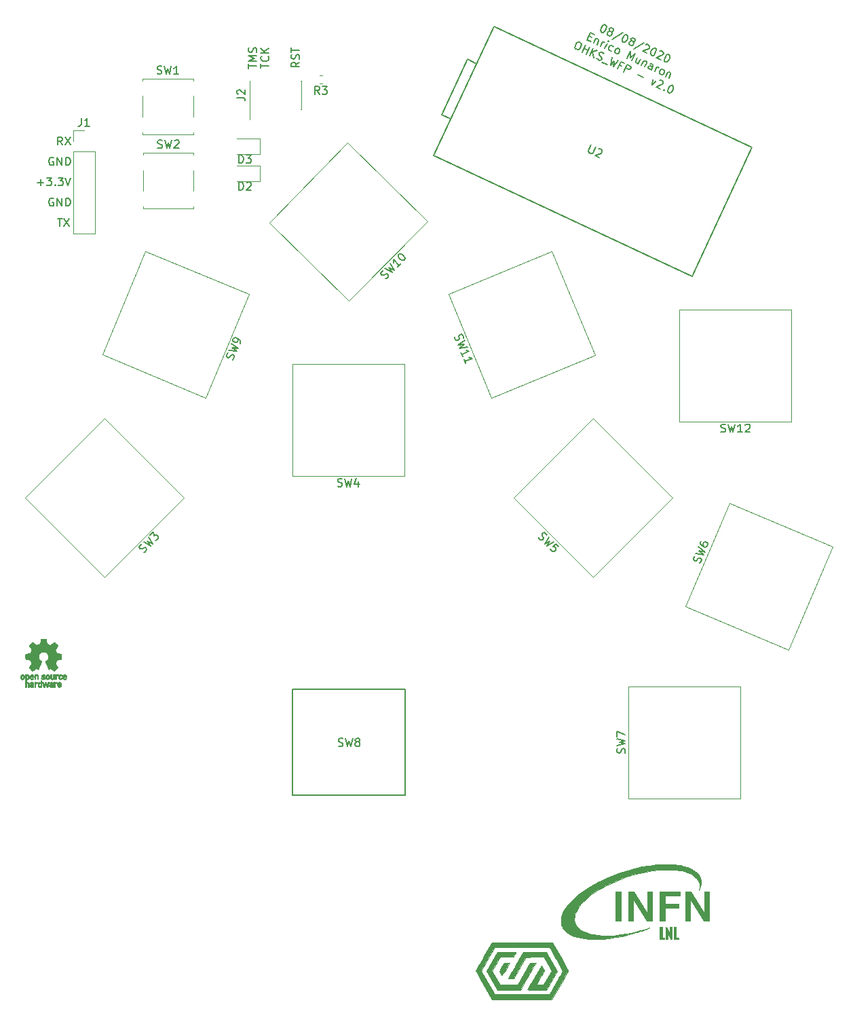
<source format=gbr>
G04 #@! TF.GenerationSoftware,KiCad,Pcbnew,(5.1.5)-3*
G04 #@! TF.CreationDate,2021-10-20T23:00:28+02:00*
G04 #@! TF.ProjectId,WFP_v2_0,5746505f-7632-45f3-902e-6b696361645f,v 0.2*
G04 #@! TF.SameCoordinates,Original*
G04 #@! TF.FileFunction,Legend,Top*
G04 #@! TF.FilePolarity,Positive*
%FSLAX46Y46*%
G04 Gerber Fmt 4.6, Leading zero omitted, Abs format (unit mm)*
G04 Created by KiCad (PCBNEW (5.1.5)-3) date 2021-10-20 23:00:28*
%MOMM*%
%LPD*%
G04 APERTURE LIST*
%ADD10C,0.150000*%
%ADD11C,0.120000*%
%ADD12C,0.010000*%
G04 APERTURE END LIST*
D10*
X81478380Y-46013619D02*
X81002190Y-46346952D01*
X81478380Y-46585047D02*
X80478380Y-46585047D01*
X80478380Y-46204095D01*
X80526000Y-46108857D01*
X80573619Y-46061238D01*
X80668857Y-46013619D01*
X80811714Y-46013619D01*
X80906952Y-46061238D01*
X80954571Y-46108857D01*
X81002190Y-46204095D01*
X81002190Y-46585047D01*
X81430761Y-45632666D02*
X81478380Y-45489809D01*
X81478380Y-45251714D01*
X81430761Y-45156476D01*
X81383142Y-45108857D01*
X81287904Y-45061238D01*
X81192666Y-45061238D01*
X81097428Y-45108857D01*
X81049809Y-45156476D01*
X81002190Y-45251714D01*
X80954571Y-45442190D01*
X80906952Y-45537428D01*
X80859333Y-45585047D01*
X80764095Y-45632666D01*
X80668857Y-45632666D01*
X80573619Y-45585047D01*
X80526000Y-45537428D01*
X80478380Y-45442190D01*
X80478380Y-45204095D01*
X80526000Y-45061238D01*
X80478380Y-44775523D02*
X80478380Y-44204095D01*
X81478380Y-44489809D02*
X80478380Y-44489809D01*
X76668380Y-46751714D02*
X76668380Y-46180285D01*
X77668380Y-46466000D02*
X76668380Y-46466000D01*
X77573142Y-45275523D02*
X77620761Y-45323142D01*
X77668380Y-45466000D01*
X77668380Y-45561238D01*
X77620761Y-45704095D01*
X77525523Y-45799333D01*
X77430285Y-45846952D01*
X77239809Y-45894571D01*
X77096952Y-45894571D01*
X76906476Y-45846952D01*
X76811238Y-45799333D01*
X76716000Y-45704095D01*
X76668380Y-45561238D01*
X76668380Y-45466000D01*
X76716000Y-45323142D01*
X76763619Y-45275523D01*
X77668380Y-44846952D02*
X76668380Y-44846952D01*
X77668380Y-44275523D02*
X77096952Y-44704095D01*
X76668380Y-44275523D02*
X77239809Y-44846952D01*
X75144380Y-46799333D02*
X75144380Y-46227904D01*
X76144380Y-46513619D02*
X75144380Y-46513619D01*
X76144380Y-45894571D02*
X75144380Y-45894571D01*
X75858666Y-45561238D01*
X75144380Y-45227904D01*
X76144380Y-45227904D01*
X76096761Y-44799333D02*
X76144380Y-44656476D01*
X76144380Y-44418380D01*
X76096761Y-44323142D01*
X76049142Y-44275523D01*
X75953904Y-44227904D01*
X75858666Y-44227904D01*
X75763428Y-44275523D01*
X75715809Y-44323142D01*
X75668190Y-44418380D01*
X75620571Y-44608857D01*
X75572952Y-44704095D01*
X75525333Y-44751714D01*
X75430095Y-44799333D01*
X75334857Y-44799333D01*
X75239619Y-44751714D01*
X75192000Y-44704095D01*
X75144380Y-44608857D01*
X75144380Y-44370761D01*
X75192000Y-44227904D01*
X51903333Y-56332380D02*
X51570000Y-55856190D01*
X51331904Y-56332380D02*
X51331904Y-55332380D01*
X51712857Y-55332380D01*
X51808095Y-55380000D01*
X51855714Y-55427619D01*
X51903333Y-55522857D01*
X51903333Y-55665714D01*
X51855714Y-55760952D01*
X51808095Y-55808571D01*
X51712857Y-55856190D01*
X51331904Y-55856190D01*
X52236666Y-55332380D02*
X52903333Y-56332380D01*
X52903333Y-55332380D02*
X52236666Y-56332380D01*
X51308095Y-65492380D02*
X51879523Y-65492380D01*
X51593809Y-66492380D02*
X51593809Y-65492380D01*
X52117619Y-65492380D02*
X52784285Y-66492380D01*
X52784285Y-65492380D02*
X52117619Y-66492380D01*
X50800095Y-63000000D02*
X50704857Y-62952380D01*
X50562000Y-62952380D01*
X50419142Y-63000000D01*
X50323904Y-63095238D01*
X50276285Y-63190476D01*
X50228666Y-63380952D01*
X50228666Y-63523809D01*
X50276285Y-63714285D01*
X50323904Y-63809523D01*
X50419142Y-63904761D01*
X50562000Y-63952380D01*
X50657238Y-63952380D01*
X50800095Y-63904761D01*
X50847714Y-63857142D01*
X50847714Y-63523809D01*
X50657238Y-63523809D01*
X51276285Y-63952380D02*
X51276285Y-62952380D01*
X51847714Y-63952380D01*
X51847714Y-62952380D01*
X52323904Y-63952380D02*
X52323904Y-62952380D01*
X52562000Y-62952380D01*
X52704857Y-63000000D01*
X52800095Y-63095238D01*
X52847714Y-63190476D01*
X52895333Y-63380952D01*
X52895333Y-63523809D01*
X52847714Y-63714285D01*
X52800095Y-63809523D01*
X52704857Y-63904761D01*
X52562000Y-63952380D01*
X52323904Y-63952380D01*
X50800095Y-57920000D02*
X50704857Y-57872380D01*
X50562000Y-57872380D01*
X50419142Y-57920000D01*
X50323904Y-58015238D01*
X50276285Y-58110476D01*
X50228666Y-58300952D01*
X50228666Y-58443809D01*
X50276285Y-58634285D01*
X50323904Y-58729523D01*
X50419142Y-58824761D01*
X50562000Y-58872380D01*
X50657238Y-58872380D01*
X50800095Y-58824761D01*
X50847714Y-58777142D01*
X50847714Y-58443809D01*
X50657238Y-58443809D01*
X51276285Y-58872380D02*
X51276285Y-57872380D01*
X51847714Y-58872380D01*
X51847714Y-57872380D01*
X52323904Y-58872380D02*
X52323904Y-57872380D01*
X52562000Y-57872380D01*
X52704857Y-57920000D01*
X52800095Y-58015238D01*
X52847714Y-58110476D01*
X52895333Y-58300952D01*
X52895333Y-58443809D01*
X52847714Y-58634285D01*
X52800095Y-58729523D01*
X52704857Y-58824761D01*
X52562000Y-58872380D01*
X52323904Y-58872380D01*
X48800000Y-61031428D02*
X49561904Y-61031428D01*
X49180952Y-61412380D02*
X49180952Y-60650476D01*
X49942857Y-60412380D02*
X50561904Y-60412380D01*
X50228571Y-60793333D01*
X50371428Y-60793333D01*
X50466666Y-60840952D01*
X50514285Y-60888571D01*
X50561904Y-60983809D01*
X50561904Y-61221904D01*
X50514285Y-61317142D01*
X50466666Y-61364761D01*
X50371428Y-61412380D01*
X50085714Y-61412380D01*
X49990476Y-61364761D01*
X49942857Y-61317142D01*
X50990476Y-61317142D02*
X51038095Y-61364761D01*
X50990476Y-61412380D01*
X50942857Y-61364761D01*
X50990476Y-61317142D01*
X50990476Y-61412380D01*
X51371428Y-60412380D02*
X51990476Y-60412380D01*
X51657142Y-60793333D01*
X51800000Y-60793333D01*
X51895238Y-60840952D01*
X51942857Y-60888571D01*
X51990476Y-60983809D01*
X51990476Y-61221904D01*
X51942857Y-61317142D01*
X51895238Y-61364761D01*
X51800000Y-61412380D01*
X51514285Y-61412380D01*
X51419047Y-61364761D01*
X51371428Y-61317142D01*
X52276190Y-60412380D02*
X52609523Y-61412380D01*
X52942857Y-60412380D01*
X119597105Y-41348685D02*
X119683420Y-41388934D01*
X119749610Y-41472341D01*
X119772643Y-41535623D01*
X119775551Y-41642063D01*
X119738210Y-41834818D01*
X119637586Y-42050605D01*
X119513930Y-42203111D01*
X119430523Y-42269301D01*
X119367241Y-42292334D01*
X119260801Y-42295242D01*
X119174486Y-42254993D01*
X119108296Y-42171586D01*
X119085263Y-42108304D01*
X119082355Y-42001864D01*
X119119696Y-41809109D01*
X119220320Y-41593322D01*
X119343976Y-41440816D01*
X119427383Y-41374626D01*
X119490665Y-41351593D01*
X119597105Y-41348685D01*
X120235975Y-42119471D02*
X120169785Y-42036065D01*
X120146752Y-41972782D01*
X120143844Y-41866343D01*
X120163969Y-41823185D01*
X120247375Y-41756995D01*
X120310658Y-41733962D01*
X120417097Y-41731054D01*
X120589727Y-41811553D01*
X120655918Y-41894959D01*
X120678951Y-41958242D01*
X120681859Y-42064681D01*
X120661734Y-42107839D01*
X120578327Y-42174029D01*
X120515045Y-42197062D01*
X120408605Y-42199970D01*
X120235975Y-42119471D01*
X120129535Y-42122380D01*
X120066253Y-42145412D01*
X119982846Y-42211603D01*
X119902348Y-42384233D01*
X119905256Y-42490673D01*
X119928289Y-42553955D01*
X119994479Y-42637362D01*
X120167109Y-42717860D01*
X120273549Y-42714952D01*
X120336831Y-42691919D01*
X120420238Y-42625729D01*
X120500737Y-42453099D01*
X120497828Y-42346659D01*
X120474796Y-42283377D01*
X120408605Y-42199970D01*
X121818262Y-42331886D02*
X120498061Y-43134895D01*
X122272870Y-42596415D02*
X122359185Y-42636664D01*
X122425376Y-42720071D01*
X122448409Y-42783353D01*
X122451317Y-42889793D01*
X122413976Y-43082548D01*
X122313352Y-43298335D01*
X122189696Y-43450841D01*
X122106289Y-43517031D01*
X122043007Y-43540064D01*
X121936567Y-43542972D01*
X121850252Y-43502723D01*
X121784062Y-43419316D01*
X121761029Y-43356034D01*
X121758121Y-43249594D01*
X121795462Y-43056839D01*
X121896085Y-42841052D01*
X122019742Y-42688546D01*
X122103148Y-42622356D01*
X122166431Y-42599323D01*
X122272870Y-42596415D01*
X122911741Y-43367202D02*
X122845551Y-43283795D01*
X122822518Y-43220513D01*
X122819610Y-43114073D01*
X122839734Y-43070915D01*
X122923141Y-43004725D01*
X122986423Y-42981692D01*
X123092863Y-42978784D01*
X123265493Y-43059283D01*
X123331684Y-43142690D01*
X123354716Y-43205972D01*
X123357625Y-43312411D01*
X123337500Y-43355569D01*
X123254093Y-43421759D01*
X123190811Y-43444792D01*
X123084371Y-43447700D01*
X122911741Y-43367202D01*
X122805301Y-43370110D01*
X122742019Y-43393143D01*
X122658612Y-43459333D01*
X122578114Y-43631963D01*
X122581022Y-43738403D01*
X122604055Y-43801685D01*
X122670245Y-43885092D01*
X122842875Y-43965590D01*
X122949315Y-43962682D01*
X123012597Y-43939649D01*
X123096004Y-43873459D01*
X123176502Y-43700829D01*
X123173594Y-43594389D01*
X123150561Y-43531107D01*
X123084371Y-43447700D01*
X124494028Y-43579616D02*
X123173827Y-44382625D01*
X124692599Y-43829837D02*
X124755881Y-43806804D01*
X124862321Y-43803896D01*
X125078109Y-43904519D01*
X125144299Y-43987926D01*
X125167332Y-44051208D01*
X125170240Y-44157648D01*
X125129991Y-44243963D01*
X125026459Y-44353311D01*
X124267073Y-44629705D01*
X124828121Y-44891326D01*
X125811787Y-44246639D02*
X125898102Y-44286888D01*
X125964292Y-44370295D01*
X125987325Y-44433577D01*
X125990233Y-44540017D01*
X125952892Y-44732772D01*
X125852268Y-44948559D01*
X125728612Y-45101065D01*
X125645205Y-45167255D01*
X125581923Y-45190288D01*
X125475483Y-45193196D01*
X125389168Y-45152947D01*
X125322978Y-45069540D01*
X125299945Y-45006257D01*
X125297037Y-44899818D01*
X125334378Y-44707063D01*
X125435002Y-44491275D01*
X125558658Y-44338770D01*
X125642065Y-44272580D01*
X125705347Y-44249547D01*
X125811787Y-44246639D01*
X126418900Y-44634824D02*
X126482182Y-44611791D01*
X126588622Y-44608883D01*
X126804409Y-44709506D01*
X126870600Y-44792913D01*
X126893633Y-44856195D01*
X126896541Y-44962635D01*
X126856291Y-45048950D01*
X126752760Y-45158298D01*
X125993373Y-45434692D01*
X126554421Y-45696313D01*
X127538087Y-45051626D02*
X127624402Y-45091875D01*
X127690592Y-45175282D01*
X127713625Y-45238564D01*
X127716533Y-45345004D01*
X127679192Y-45537759D01*
X127578569Y-45753546D01*
X127454913Y-45906052D01*
X127371506Y-45972242D01*
X127308224Y-45995275D01*
X127201784Y-45998183D01*
X127115469Y-45957934D01*
X127049278Y-45874527D01*
X127026246Y-45811245D01*
X127023337Y-45704805D01*
X127060679Y-45512050D01*
X127161302Y-45296263D01*
X127284958Y-45143757D01*
X127368365Y-45077567D01*
X127431647Y-45054534D01*
X127538087Y-45051626D01*
X117619600Y-42772551D02*
X117921703Y-42913424D01*
X117829804Y-43448531D02*
X117398228Y-43247284D01*
X117820847Y-42340976D01*
X118252422Y-42542223D01*
X118499967Y-43025447D02*
X118218221Y-43629653D01*
X118459717Y-43111762D02*
X118523000Y-43088730D01*
X118629439Y-43085821D01*
X118758912Y-43146196D01*
X118825102Y-43229602D01*
X118828010Y-43336042D01*
X118606639Y-43810775D01*
X119038214Y-44012022D02*
X119319959Y-43407816D01*
X119239461Y-43580446D02*
X119322868Y-43514256D01*
X119386150Y-43491223D01*
X119492590Y-43488315D01*
X119578905Y-43528564D01*
X119599262Y-44273642D02*
X119881007Y-43669437D01*
X120021880Y-43367335D02*
X119958598Y-43390367D01*
X119981631Y-43453650D01*
X120044913Y-43430617D01*
X120021880Y-43367335D01*
X119981631Y-43453650D01*
X120439379Y-44612854D02*
X120332939Y-44615762D01*
X120160309Y-44535263D01*
X120094119Y-44451856D01*
X120071086Y-44388574D01*
X120068178Y-44282134D01*
X120188926Y-44023189D01*
X120272333Y-43956999D01*
X120335615Y-43933966D01*
X120442055Y-43931058D01*
X120614685Y-44011557D01*
X120680875Y-44094964D01*
X120937145Y-44897507D02*
X120870954Y-44814101D01*
X120847921Y-44750818D01*
X120845013Y-44644379D01*
X120965761Y-44385434D01*
X121049168Y-44319243D01*
X121112450Y-44296210D01*
X121218890Y-44293302D01*
X121348363Y-44353676D01*
X121414553Y-44437083D01*
X121437586Y-44500365D01*
X121440494Y-44606805D01*
X121319746Y-44865750D01*
X121236339Y-44931940D01*
X121173057Y-44954973D01*
X121066617Y-44957881D01*
X120937145Y-44897507D01*
X122318185Y-45541497D02*
X122740803Y-44635189D01*
X122741036Y-45423425D01*
X123345008Y-44916935D01*
X122922390Y-45823243D01*
X124024128Y-45601406D02*
X123742383Y-46205612D01*
X123635711Y-45420284D02*
X123414339Y-45895017D01*
X123417248Y-46001457D01*
X123483438Y-46084863D01*
X123612910Y-46145238D01*
X123719350Y-46142329D01*
X123782632Y-46119297D01*
X124455704Y-45802653D02*
X124173958Y-46406858D01*
X124415454Y-45888968D02*
X124478736Y-45865935D01*
X124585176Y-45863027D01*
X124714649Y-45923401D01*
X124780839Y-46006808D01*
X124783747Y-46113248D01*
X124562376Y-46587980D01*
X125382368Y-46970349D02*
X125603740Y-46495617D01*
X125600832Y-46389177D01*
X125534641Y-46305770D01*
X125362011Y-46225271D01*
X125255572Y-46228180D01*
X125402493Y-46927192D02*
X125296053Y-46930100D01*
X125080266Y-46829477D01*
X125014076Y-46746070D01*
X125011167Y-46639630D01*
X125051417Y-46553315D01*
X125134824Y-46487125D01*
X125241263Y-46484217D01*
X125457051Y-46584840D01*
X125563491Y-46581932D01*
X125813944Y-47171596D02*
X126095689Y-46567391D01*
X126015190Y-46740021D02*
X126098597Y-46673831D01*
X126161879Y-46650798D01*
X126268319Y-46647890D01*
X126354634Y-46688139D01*
X126504464Y-47493591D02*
X126438273Y-47410184D01*
X126415241Y-47346902D01*
X126412332Y-47240462D01*
X126533081Y-46981517D01*
X126616487Y-46915327D01*
X126679770Y-46892294D01*
X126786209Y-46889386D01*
X126915682Y-46949760D01*
X126981872Y-47033167D01*
X127004905Y-47096449D01*
X127007813Y-47202889D01*
X126887065Y-47461834D01*
X126803658Y-47528024D01*
X126740376Y-47551057D01*
X126633936Y-47553965D01*
X126504464Y-47493591D01*
X127476730Y-47211381D02*
X127194984Y-47815586D01*
X127436480Y-47297696D02*
X127499762Y-47274663D01*
X127606202Y-47271755D01*
X127735675Y-47332129D01*
X127801865Y-47415536D01*
X127804773Y-47521975D01*
X127583402Y-47996708D01*
X116389849Y-43494264D02*
X116562479Y-43574763D01*
X116628669Y-43658170D01*
X116674735Y-43784734D01*
X116637394Y-43977489D01*
X116496521Y-44279592D01*
X116372865Y-44432097D01*
X116246300Y-44478163D01*
X116139861Y-44481071D01*
X115967231Y-44400572D01*
X115901040Y-44317165D01*
X115854975Y-44190601D01*
X115892316Y-43997846D01*
X116033189Y-43695744D01*
X116156845Y-43543238D01*
X116283409Y-43497173D01*
X116389849Y-43494264D01*
X116744066Y-44762816D02*
X117166684Y-43856509D01*
X116965437Y-44288084D02*
X117483328Y-44529580D01*
X117261956Y-45004313D02*
X117684574Y-44098005D01*
X117693531Y-45205559D02*
X118116150Y-44299252D01*
X118211421Y-45447056D02*
X118064500Y-44748043D01*
X118634040Y-44540748D02*
X117874653Y-44817142D01*
X118576806Y-45564895D02*
X118686154Y-45668427D01*
X118901942Y-45769050D01*
X119008381Y-45766142D01*
X119071664Y-45743109D01*
X119155070Y-45676919D01*
X119195320Y-45590604D01*
X119192412Y-45484164D01*
X119169379Y-45420882D01*
X119103188Y-45337475D01*
X118950683Y-45213819D01*
X118884493Y-45130412D01*
X118861460Y-45067130D01*
X118858552Y-44960690D01*
X118898801Y-44874375D01*
X118982208Y-44808185D01*
X119045490Y-44785152D01*
X119151930Y-44782244D01*
X119367717Y-44882867D01*
X119477065Y-44986399D01*
X119206952Y-46016363D02*
X119897473Y-46338358D01*
X120489813Y-45406109D02*
X120282982Y-46413040D01*
X120757482Y-45846176D01*
X120628242Y-46574038D01*
X121266648Y-45768353D01*
X121712764Y-46501798D02*
X121410661Y-46360926D01*
X121189290Y-46835658D02*
X121611908Y-45929351D01*
X122043483Y-46130597D01*
X121966125Y-47197903D02*
X122388743Y-46291595D01*
X122734003Y-46452592D01*
X122800194Y-46535999D01*
X122823227Y-46599281D01*
X122826135Y-46705721D01*
X122765761Y-46835194D01*
X122682354Y-46901384D01*
X122619072Y-46924417D01*
X122512632Y-46927325D01*
X122167372Y-46766327D01*
X123723951Y-47597256D02*
X124414471Y-47919250D01*
X125570999Y-48143298D02*
X125505041Y-48848126D01*
X126002574Y-48344544D01*
X126405300Y-48269630D02*
X126468582Y-48246597D01*
X126575022Y-48243689D01*
X126790810Y-48344312D01*
X126857000Y-48427719D01*
X126880033Y-48491001D01*
X126882941Y-48597441D01*
X126842692Y-48683756D01*
X126739160Y-48793104D01*
X125979774Y-49069498D01*
X126540822Y-49331119D01*
X126969489Y-49425926D02*
X126992521Y-49489208D01*
X126929239Y-49512241D01*
X126906206Y-49448959D01*
X126969489Y-49425926D01*
X126929239Y-49512241D01*
X127956063Y-48887678D02*
X128042378Y-48927928D01*
X128108568Y-49011335D01*
X128131601Y-49074617D01*
X128134509Y-49181057D01*
X128097168Y-49373811D01*
X127996544Y-49589599D01*
X127872888Y-49742104D01*
X127789481Y-49808295D01*
X127726199Y-49831327D01*
X127619759Y-49834236D01*
X127533444Y-49793986D01*
X127467254Y-49710579D01*
X127444221Y-49647297D01*
X127441313Y-49540857D01*
X127478654Y-49348103D01*
X127579278Y-49132315D01*
X127702934Y-48979810D01*
X127786341Y-48913619D01*
X127849623Y-48890587D01*
X127956063Y-48887678D01*
D11*
X97457106Y-65826797D02*
X87665403Y-75790905D01*
X87665403Y-75790905D02*
X77701295Y-65999203D01*
X77701295Y-65999203D02*
X87492997Y-56035094D01*
X87492997Y-56035094D02*
X97457106Y-65826797D01*
X62258453Y-69582972D02*
X75165050Y-74929059D01*
X56912366Y-82489569D02*
X62258453Y-69582972D01*
X69818963Y-87835656D02*
X56912366Y-82489569D01*
X75165050Y-74929059D02*
X69818963Y-87835656D01*
X67032231Y-100331846D02*
X57153949Y-110210128D01*
X57153949Y-110210128D02*
X47275667Y-100331846D01*
X47275667Y-100331846D02*
X57153949Y-90453565D01*
X57153949Y-90453565D02*
X67032231Y-100331846D01*
X94564200Y-83616800D02*
X94564200Y-97586800D01*
X80594200Y-83616800D02*
X94564200Y-83616800D01*
X80594200Y-97586800D02*
X80594200Y-83616800D01*
X94564200Y-97586800D02*
X80594200Y-97586800D01*
X142875000Y-90805000D02*
X128905000Y-90805000D01*
X128905000Y-90805000D02*
X128905000Y-76835000D01*
X128905000Y-76835000D02*
X142875000Y-76835000D01*
X142875000Y-76835000D02*
X142875000Y-90805000D01*
X73685000Y-60827800D02*
X76545000Y-60827800D01*
X76545000Y-60827800D02*
X76545000Y-58907800D01*
X76545000Y-58907800D02*
X73685000Y-58907800D01*
X53280000Y-67370000D02*
X55940000Y-67370000D01*
X53280000Y-57150000D02*
X53280000Y-67370000D01*
X55940000Y-57150000D02*
X55940000Y-67370000D01*
X53280000Y-57150000D02*
X55940000Y-57150000D01*
X53280000Y-55880000D02*
X53280000Y-54550000D01*
X53280000Y-54550000D02*
X54610000Y-54550000D01*
X75251000Y-51879200D02*
X75251000Y-48349200D01*
X81721000Y-51879200D02*
X81721000Y-48349200D01*
X75316000Y-53204200D02*
X75316000Y-51879200D01*
X75251000Y-51879200D02*
X75316000Y-51879200D01*
X75251000Y-48349200D02*
X75316000Y-48349200D01*
X81656000Y-51879200D02*
X81721000Y-51879200D01*
X81656000Y-48349200D02*
X81721000Y-48349200D01*
X84310067Y-47623000D02*
X83967533Y-47623000D01*
X84310067Y-48643000D02*
X83967533Y-48643000D01*
X68213201Y-50236600D02*
X68213201Y-52836600D01*
X61913201Y-54986600D02*
X61913201Y-54736600D01*
X68213201Y-54986600D02*
X61913201Y-54986600D01*
X68213201Y-54736600D02*
X68213201Y-54986600D01*
X61913201Y-52836600D02*
X61913201Y-50236600D01*
X68213201Y-48086600D02*
X68213201Y-48336600D01*
X61913201Y-48086600D02*
X68213201Y-48086600D01*
X61913201Y-48336600D02*
X61913201Y-48086600D01*
X61975600Y-57582200D02*
X61975600Y-57332200D01*
X61975600Y-57332200D02*
X68275600Y-57332200D01*
X68275600Y-57332200D02*
X68275600Y-57582200D01*
X61975600Y-62082200D02*
X61975600Y-59482200D01*
X68275600Y-63982200D02*
X68275600Y-64232200D01*
X68275600Y-64232200D02*
X61975600Y-64232200D01*
X61975600Y-64232200D02*
X61975600Y-63982200D01*
X68275600Y-59482200D02*
X68275600Y-62082200D01*
X127986435Y-100323949D02*
X118108154Y-110202231D01*
X118108154Y-90445667D02*
X127986435Y-100323949D01*
X108229872Y-100323949D02*
X118108154Y-90445667D01*
X118108154Y-110202231D02*
X108229872Y-100323949D01*
X129678124Y-113839866D02*
X135136638Y-100980413D01*
X135136638Y-100980413D02*
X147996091Y-106438927D01*
X147996091Y-106438927D02*
X142537577Y-119298380D01*
X142537577Y-119298380D02*
X129678124Y-113839866D01*
X122555000Y-137795000D02*
X122555000Y-123825000D01*
X122555000Y-123825000D02*
X136525000Y-123825000D01*
X136525000Y-123825000D02*
X136525000Y-137795000D01*
X136525000Y-137795000D02*
X122555000Y-137795000D01*
D10*
X80630000Y-137410000D02*
X80630000Y-124210000D01*
X94630000Y-137410000D02*
X80630000Y-137410000D01*
X94630000Y-124210000D02*
X94630000Y-137410000D01*
X80630000Y-124210000D02*
X94630000Y-124210000D01*
D11*
X118341666Y-82522877D02*
X105435069Y-87868964D01*
X112995579Y-69616280D02*
X118341666Y-82522877D01*
X100088982Y-74962367D02*
X112995579Y-69616280D01*
X105435069Y-87868964D02*
X100088982Y-74962367D01*
D10*
X100375672Y-53088880D02*
X99224661Y-52552155D01*
X99224661Y-52552155D02*
X102445012Y-45646089D01*
X102445012Y-45646089D02*
X103596023Y-46182815D01*
X105742924Y-41578771D02*
X137971229Y-56607076D01*
X137971229Y-56607076D02*
X130457076Y-72721229D01*
X130457076Y-72721229D02*
X98228771Y-57692924D01*
X98228771Y-57692924D02*
X105742924Y-41578771D01*
D11*
X73659600Y-57449600D02*
X76519600Y-57449600D01*
X76519600Y-57449600D02*
X76519600Y-55529600D01*
X76519600Y-55529600D02*
X73659600Y-55529600D01*
D12*
G36*
X47621241Y-122373184D02*
G01*
X47647753Y-122386282D01*
X47680447Y-122409106D01*
X47704275Y-122433996D01*
X47720594Y-122465249D01*
X47730760Y-122507166D01*
X47736128Y-122564044D01*
X47738056Y-122640184D01*
X47738169Y-122672917D01*
X47737839Y-122744656D01*
X47736473Y-122795927D01*
X47733500Y-122831404D01*
X47728351Y-122855763D01*
X47720457Y-122873680D01*
X47712243Y-122885902D01*
X47659813Y-122937905D01*
X47598070Y-122969184D01*
X47531464Y-122978592D01*
X47464442Y-122964980D01*
X47443208Y-122955354D01*
X47392376Y-122928859D01*
X47392376Y-123344052D01*
X47429475Y-123324868D01*
X47478357Y-123310025D01*
X47538439Y-123306222D01*
X47598436Y-123313243D01*
X47643744Y-123329013D01*
X47681325Y-123359047D01*
X47713436Y-123402024D01*
X47715850Y-123406436D01*
X47726033Y-123427221D01*
X47733470Y-123448170D01*
X47738589Y-123473548D01*
X47741819Y-123507618D01*
X47743587Y-123554641D01*
X47744323Y-123618882D01*
X47744456Y-123691176D01*
X47744456Y-123921822D01*
X47606139Y-123921822D01*
X47606139Y-123496533D01*
X47567451Y-123463979D01*
X47527262Y-123437940D01*
X47489203Y-123433205D01*
X47450934Y-123445389D01*
X47430538Y-123457320D01*
X47415358Y-123474313D01*
X47404562Y-123499995D01*
X47397317Y-123537991D01*
X47392792Y-123591926D01*
X47390156Y-123665425D01*
X47389228Y-123714347D01*
X47386089Y-123915535D01*
X47320074Y-123919336D01*
X47254060Y-123923136D01*
X47254060Y-122674650D01*
X47392376Y-122674650D01*
X47395903Y-122744254D01*
X47407785Y-122792569D01*
X47429980Y-122822631D01*
X47464441Y-122837471D01*
X47499258Y-122840436D01*
X47538671Y-122837028D01*
X47564829Y-122823617D01*
X47581186Y-122805896D01*
X47594063Y-122786835D01*
X47601728Y-122765601D01*
X47605139Y-122735849D01*
X47605251Y-122691236D01*
X47604103Y-122653880D01*
X47601468Y-122597604D01*
X47597544Y-122560658D01*
X47590937Y-122537223D01*
X47580251Y-122521480D01*
X47570167Y-122512380D01*
X47528030Y-122492537D01*
X47478160Y-122489332D01*
X47449524Y-122496168D01*
X47421172Y-122520464D01*
X47402391Y-122567728D01*
X47393288Y-122637624D01*
X47392376Y-122674650D01*
X47254060Y-122674650D01*
X47254060Y-122362614D01*
X47323218Y-122362614D01*
X47364740Y-122364256D01*
X47386162Y-122370087D01*
X47392374Y-122381461D01*
X47392376Y-122381798D01*
X47395258Y-122392938D01*
X47407970Y-122391673D01*
X47433243Y-122379433D01*
X47492131Y-122360707D01*
X47558385Y-122358739D01*
X47621241Y-122373184D01*
G37*
X47621241Y-122373184D02*
X47647753Y-122386282D01*
X47680447Y-122409106D01*
X47704275Y-122433996D01*
X47720594Y-122465249D01*
X47730760Y-122507166D01*
X47736128Y-122564044D01*
X47738056Y-122640184D01*
X47738169Y-122672917D01*
X47737839Y-122744656D01*
X47736473Y-122795927D01*
X47733500Y-122831404D01*
X47728351Y-122855763D01*
X47720457Y-122873680D01*
X47712243Y-122885902D01*
X47659813Y-122937905D01*
X47598070Y-122969184D01*
X47531464Y-122978592D01*
X47464442Y-122964980D01*
X47443208Y-122955354D01*
X47392376Y-122928859D01*
X47392376Y-123344052D01*
X47429475Y-123324868D01*
X47478357Y-123310025D01*
X47538439Y-123306222D01*
X47598436Y-123313243D01*
X47643744Y-123329013D01*
X47681325Y-123359047D01*
X47713436Y-123402024D01*
X47715850Y-123406436D01*
X47726033Y-123427221D01*
X47733470Y-123448170D01*
X47738589Y-123473548D01*
X47741819Y-123507618D01*
X47743587Y-123554641D01*
X47744323Y-123618882D01*
X47744456Y-123691176D01*
X47744456Y-123921822D01*
X47606139Y-123921822D01*
X47606139Y-123496533D01*
X47567451Y-123463979D01*
X47527262Y-123437940D01*
X47489203Y-123433205D01*
X47450934Y-123445389D01*
X47430538Y-123457320D01*
X47415358Y-123474313D01*
X47404562Y-123499995D01*
X47397317Y-123537991D01*
X47392792Y-123591926D01*
X47390156Y-123665425D01*
X47389228Y-123714347D01*
X47386089Y-123915535D01*
X47320074Y-123919336D01*
X47254060Y-123923136D01*
X47254060Y-122674650D01*
X47392376Y-122674650D01*
X47395903Y-122744254D01*
X47407785Y-122792569D01*
X47429980Y-122822631D01*
X47464441Y-122837471D01*
X47499258Y-122840436D01*
X47538671Y-122837028D01*
X47564829Y-122823617D01*
X47581186Y-122805896D01*
X47594063Y-122786835D01*
X47601728Y-122765601D01*
X47605139Y-122735849D01*
X47605251Y-122691236D01*
X47604103Y-122653880D01*
X47601468Y-122597604D01*
X47597544Y-122560658D01*
X47590937Y-122537223D01*
X47580251Y-122521480D01*
X47570167Y-122512380D01*
X47528030Y-122492537D01*
X47478160Y-122489332D01*
X47449524Y-122496168D01*
X47421172Y-122520464D01*
X47402391Y-122567728D01*
X47393288Y-122637624D01*
X47392376Y-122674650D01*
X47254060Y-122674650D01*
X47254060Y-122362614D01*
X47323218Y-122362614D01*
X47364740Y-122364256D01*
X47386162Y-122370087D01*
X47392374Y-122381461D01*
X47392376Y-122381798D01*
X47395258Y-122392938D01*
X47407970Y-122391673D01*
X47433243Y-122379433D01*
X47492131Y-122360707D01*
X47558385Y-122358739D01*
X47621241Y-122373184D01*
G36*
X48145790Y-123310555D02*
G01*
X48204945Y-123326339D01*
X48249977Y-123354948D01*
X48281754Y-123392419D01*
X48291634Y-123408411D01*
X48298927Y-123425163D01*
X48304026Y-123446592D01*
X48307321Y-123476616D01*
X48309203Y-123519154D01*
X48310063Y-123578122D01*
X48310293Y-123657440D01*
X48310297Y-123678484D01*
X48310297Y-123921822D01*
X48249941Y-123921822D01*
X48211443Y-123919126D01*
X48182977Y-123912295D01*
X48175845Y-123908083D01*
X48156348Y-123900813D01*
X48136434Y-123908083D01*
X48103647Y-123917160D01*
X48056022Y-123920813D01*
X48003236Y-123919228D01*
X47954964Y-123912589D01*
X47926782Y-123904072D01*
X47872247Y-123869063D01*
X47838165Y-123820479D01*
X47822843Y-123755882D01*
X47822701Y-123754223D01*
X47824045Y-123725566D01*
X47945644Y-123725566D01*
X47956274Y-123758161D01*
X47973590Y-123776505D01*
X48008348Y-123790379D01*
X48054227Y-123795917D01*
X48101012Y-123793191D01*
X48138486Y-123782274D01*
X48148985Y-123775269D01*
X48167332Y-123742904D01*
X48171980Y-123706111D01*
X48171980Y-123657763D01*
X48102418Y-123657763D01*
X48036333Y-123662850D01*
X47986236Y-123677263D01*
X47955071Y-123699729D01*
X47945644Y-123725566D01*
X47824045Y-123725566D01*
X47826013Y-123683647D01*
X47849290Y-123627845D01*
X47893052Y-123585647D01*
X47899101Y-123581808D01*
X47925093Y-123569309D01*
X47957265Y-123561740D01*
X48002240Y-123558061D01*
X48055669Y-123557216D01*
X48171980Y-123557169D01*
X48171980Y-123508411D01*
X48167047Y-123470581D01*
X48154457Y-123445236D01*
X48152983Y-123443887D01*
X48124966Y-123432800D01*
X48082674Y-123428503D01*
X48035936Y-123430615D01*
X47994582Y-123438756D01*
X47970043Y-123450965D01*
X47956747Y-123460746D01*
X47942706Y-123462613D01*
X47923329Y-123454600D01*
X47894024Y-123434739D01*
X47850197Y-123401063D01*
X47846175Y-123397909D01*
X47848236Y-123386236D01*
X47865432Y-123366822D01*
X47891567Y-123345248D01*
X47920448Y-123327096D01*
X47929522Y-123322809D01*
X47962620Y-123314256D01*
X48011120Y-123308155D01*
X48065305Y-123305708D01*
X48067839Y-123305703D01*
X48145790Y-123310555D01*
G37*
X48145790Y-123310555D02*
X48204945Y-123326339D01*
X48249977Y-123354948D01*
X48281754Y-123392419D01*
X48291634Y-123408411D01*
X48298927Y-123425163D01*
X48304026Y-123446592D01*
X48307321Y-123476616D01*
X48309203Y-123519154D01*
X48310063Y-123578122D01*
X48310293Y-123657440D01*
X48310297Y-123678484D01*
X48310297Y-123921822D01*
X48249941Y-123921822D01*
X48211443Y-123919126D01*
X48182977Y-123912295D01*
X48175845Y-123908083D01*
X48156348Y-123900813D01*
X48136434Y-123908083D01*
X48103647Y-123917160D01*
X48056022Y-123920813D01*
X48003236Y-123919228D01*
X47954964Y-123912589D01*
X47926782Y-123904072D01*
X47872247Y-123869063D01*
X47838165Y-123820479D01*
X47822843Y-123755882D01*
X47822701Y-123754223D01*
X47824045Y-123725566D01*
X47945644Y-123725566D01*
X47956274Y-123758161D01*
X47973590Y-123776505D01*
X48008348Y-123790379D01*
X48054227Y-123795917D01*
X48101012Y-123793191D01*
X48138486Y-123782274D01*
X48148985Y-123775269D01*
X48167332Y-123742904D01*
X48171980Y-123706111D01*
X48171980Y-123657763D01*
X48102418Y-123657763D01*
X48036333Y-123662850D01*
X47986236Y-123677263D01*
X47955071Y-123699729D01*
X47945644Y-123725566D01*
X47824045Y-123725566D01*
X47826013Y-123683647D01*
X47849290Y-123627845D01*
X47893052Y-123585647D01*
X47899101Y-123581808D01*
X47925093Y-123569309D01*
X47957265Y-123561740D01*
X48002240Y-123558061D01*
X48055669Y-123557216D01*
X48171980Y-123557169D01*
X48171980Y-123508411D01*
X48167047Y-123470581D01*
X48154457Y-123445236D01*
X48152983Y-123443887D01*
X48124966Y-123432800D01*
X48082674Y-123428503D01*
X48035936Y-123430615D01*
X47994582Y-123438756D01*
X47970043Y-123450965D01*
X47956747Y-123460746D01*
X47942706Y-123462613D01*
X47923329Y-123454600D01*
X47894024Y-123434739D01*
X47850197Y-123401063D01*
X47846175Y-123397909D01*
X47848236Y-123386236D01*
X47865432Y-123366822D01*
X47891567Y-123345248D01*
X47920448Y-123327096D01*
X47929522Y-123322809D01*
X47962620Y-123314256D01*
X48011120Y-123308155D01*
X48065305Y-123305708D01*
X48067839Y-123305703D01*
X48145790Y-123310555D01*
G36*
X48536644Y-123307020D02*
G01*
X48555461Y-123312660D01*
X48561527Y-123325053D01*
X48561782Y-123330647D01*
X48562871Y-123346230D01*
X48570368Y-123348676D01*
X48590619Y-123337993D01*
X48602649Y-123330694D01*
X48640600Y-123315063D01*
X48685928Y-123307334D01*
X48733456Y-123306740D01*
X48778005Y-123312513D01*
X48814398Y-123323884D01*
X48837457Y-123340088D01*
X48842004Y-123360355D01*
X48839709Y-123365843D01*
X48822980Y-123388626D01*
X48797037Y-123416647D01*
X48792345Y-123421177D01*
X48767617Y-123442005D01*
X48746282Y-123448735D01*
X48716445Y-123444038D01*
X48704492Y-123440917D01*
X48667295Y-123433421D01*
X48641141Y-123436792D01*
X48619054Y-123448681D01*
X48598822Y-123464635D01*
X48583921Y-123484700D01*
X48573566Y-123512702D01*
X48566971Y-123552467D01*
X48563351Y-123607823D01*
X48561922Y-123682594D01*
X48561782Y-123727740D01*
X48561782Y-123921822D01*
X48436040Y-123921822D01*
X48436040Y-123305683D01*
X48498911Y-123305683D01*
X48536644Y-123307020D01*
G37*
X48536644Y-123307020D02*
X48555461Y-123312660D01*
X48561527Y-123325053D01*
X48561782Y-123330647D01*
X48562871Y-123346230D01*
X48570368Y-123348676D01*
X48590619Y-123337993D01*
X48602649Y-123330694D01*
X48640600Y-123315063D01*
X48685928Y-123307334D01*
X48733456Y-123306740D01*
X48778005Y-123312513D01*
X48814398Y-123323884D01*
X48837457Y-123340088D01*
X48842004Y-123360355D01*
X48839709Y-123365843D01*
X48822980Y-123388626D01*
X48797037Y-123416647D01*
X48792345Y-123421177D01*
X48767617Y-123442005D01*
X48746282Y-123448735D01*
X48716445Y-123444038D01*
X48704492Y-123440917D01*
X48667295Y-123433421D01*
X48641141Y-123436792D01*
X48619054Y-123448681D01*
X48598822Y-123464635D01*
X48583921Y-123484700D01*
X48573566Y-123512702D01*
X48566971Y-123552467D01*
X48563351Y-123607823D01*
X48561922Y-123682594D01*
X48561782Y-123727740D01*
X48561782Y-123921822D01*
X48436040Y-123921822D01*
X48436040Y-123305683D01*
X48498911Y-123305683D01*
X48536644Y-123307020D01*
G36*
X49328812Y-123921822D02*
G01*
X49259654Y-123921822D01*
X49219512Y-123920645D01*
X49198606Y-123915772D01*
X49191078Y-123905186D01*
X49190495Y-123898029D01*
X49189226Y-123883676D01*
X49181221Y-123880923D01*
X49160185Y-123889771D01*
X49143827Y-123898029D01*
X49081023Y-123917597D01*
X49012752Y-123918729D01*
X48957248Y-123904135D01*
X48905562Y-123868877D01*
X48866162Y-123816835D01*
X48844587Y-123755450D01*
X48844038Y-123752018D01*
X48840833Y-123714571D01*
X48839239Y-123660813D01*
X48839367Y-123620155D01*
X48976721Y-123620155D01*
X48979903Y-123674194D01*
X48987141Y-123718735D01*
X48996940Y-123743888D01*
X49034011Y-123778260D01*
X49078026Y-123790582D01*
X49123416Y-123780618D01*
X49162203Y-123750895D01*
X49176892Y-123730905D01*
X49185481Y-123707050D01*
X49189504Y-123672230D01*
X49190495Y-123619930D01*
X49188722Y-123568139D01*
X49184037Y-123522634D01*
X49177397Y-123492181D01*
X49176290Y-123489452D01*
X49149509Y-123457000D01*
X49110421Y-123439183D01*
X49066685Y-123436306D01*
X49025962Y-123448674D01*
X48995913Y-123476593D01*
X48992796Y-123482148D01*
X48983039Y-123516022D01*
X48977723Y-123564728D01*
X48976721Y-123620155D01*
X48839367Y-123620155D01*
X48839432Y-123599540D01*
X48840336Y-123566563D01*
X48846486Y-123484981D01*
X48859267Y-123423730D01*
X48880529Y-123378449D01*
X48912122Y-123344779D01*
X48942793Y-123325014D01*
X48985646Y-123311120D01*
X49038944Y-123306354D01*
X49093520Y-123310236D01*
X49140208Y-123322282D01*
X49164876Y-123336693D01*
X49190495Y-123359878D01*
X49190495Y-123066773D01*
X49328812Y-123066773D01*
X49328812Y-123921822D01*
G37*
X49328812Y-123921822D02*
X49259654Y-123921822D01*
X49219512Y-123920645D01*
X49198606Y-123915772D01*
X49191078Y-123905186D01*
X49190495Y-123898029D01*
X49189226Y-123883676D01*
X49181221Y-123880923D01*
X49160185Y-123889771D01*
X49143827Y-123898029D01*
X49081023Y-123917597D01*
X49012752Y-123918729D01*
X48957248Y-123904135D01*
X48905562Y-123868877D01*
X48866162Y-123816835D01*
X48844587Y-123755450D01*
X48844038Y-123752018D01*
X48840833Y-123714571D01*
X48839239Y-123660813D01*
X48839367Y-123620155D01*
X48976721Y-123620155D01*
X48979903Y-123674194D01*
X48987141Y-123718735D01*
X48996940Y-123743888D01*
X49034011Y-123778260D01*
X49078026Y-123790582D01*
X49123416Y-123780618D01*
X49162203Y-123750895D01*
X49176892Y-123730905D01*
X49185481Y-123707050D01*
X49189504Y-123672230D01*
X49190495Y-123619930D01*
X49188722Y-123568139D01*
X49184037Y-123522634D01*
X49177397Y-123492181D01*
X49176290Y-123489452D01*
X49149509Y-123457000D01*
X49110421Y-123439183D01*
X49066685Y-123436306D01*
X49025962Y-123448674D01*
X48995913Y-123476593D01*
X48992796Y-123482148D01*
X48983039Y-123516022D01*
X48977723Y-123564728D01*
X48976721Y-123620155D01*
X48839367Y-123620155D01*
X48839432Y-123599540D01*
X48840336Y-123566563D01*
X48846486Y-123484981D01*
X48859267Y-123423730D01*
X48880529Y-123378449D01*
X48912122Y-123344779D01*
X48942793Y-123325014D01*
X48985646Y-123311120D01*
X49038944Y-123306354D01*
X49093520Y-123310236D01*
X49140208Y-123322282D01*
X49164876Y-123336693D01*
X49190495Y-123359878D01*
X49190495Y-123066773D01*
X49328812Y-123066773D01*
X49328812Y-123921822D01*
G36*
X49811524Y-123308237D02*
G01*
X49861255Y-123311971D01*
X49991291Y-123701773D01*
X50011678Y-123632614D01*
X50023946Y-123589874D01*
X50040085Y-123532115D01*
X50057512Y-123468625D01*
X50066726Y-123434570D01*
X50101388Y-123305683D01*
X50244391Y-123305683D01*
X50201646Y-123440857D01*
X50180596Y-123507342D01*
X50155167Y-123587539D01*
X50128610Y-123671193D01*
X50104902Y-123745782D01*
X50050902Y-123915535D01*
X49992598Y-123919328D01*
X49934295Y-123923122D01*
X49902679Y-123818734D01*
X49883182Y-123753889D01*
X49861904Y-123682400D01*
X49843308Y-123619263D01*
X49842574Y-123616750D01*
X49828684Y-123573969D01*
X49816429Y-123544779D01*
X49807846Y-123533741D01*
X49806082Y-123535018D01*
X49799891Y-123552130D01*
X49788128Y-123588787D01*
X49772225Y-123640378D01*
X49753614Y-123702294D01*
X49743543Y-123736352D01*
X49689007Y-123921822D01*
X49573264Y-123921822D01*
X49480737Y-123629471D01*
X49454744Y-123547462D01*
X49431066Y-123472987D01*
X49410820Y-123409544D01*
X49395126Y-123360632D01*
X49385102Y-123329749D01*
X49382055Y-123320726D01*
X49384467Y-123311487D01*
X49403408Y-123307441D01*
X49442823Y-123307846D01*
X49448993Y-123308152D01*
X49522086Y-123311971D01*
X49569957Y-123488010D01*
X49587553Y-123552211D01*
X49603277Y-123608649D01*
X49615746Y-123652422D01*
X49623574Y-123678630D01*
X49625020Y-123682903D01*
X49631014Y-123677990D01*
X49643101Y-123652532D01*
X49659893Y-123609997D01*
X49680003Y-123553850D01*
X49697003Y-123503130D01*
X49761794Y-123304504D01*
X49811524Y-123308237D01*
G37*
X49811524Y-123308237D02*
X49861255Y-123311971D01*
X49991291Y-123701773D01*
X50011678Y-123632614D01*
X50023946Y-123589874D01*
X50040085Y-123532115D01*
X50057512Y-123468625D01*
X50066726Y-123434570D01*
X50101388Y-123305683D01*
X50244391Y-123305683D01*
X50201646Y-123440857D01*
X50180596Y-123507342D01*
X50155167Y-123587539D01*
X50128610Y-123671193D01*
X50104902Y-123745782D01*
X50050902Y-123915535D01*
X49992598Y-123919328D01*
X49934295Y-123923122D01*
X49902679Y-123818734D01*
X49883182Y-123753889D01*
X49861904Y-123682400D01*
X49843308Y-123619263D01*
X49842574Y-123616750D01*
X49828684Y-123573969D01*
X49816429Y-123544779D01*
X49807846Y-123533741D01*
X49806082Y-123535018D01*
X49799891Y-123552130D01*
X49788128Y-123588787D01*
X49772225Y-123640378D01*
X49753614Y-123702294D01*
X49743543Y-123736352D01*
X49689007Y-123921822D01*
X49573264Y-123921822D01*
X49480737Y-123629471D01*
X49454744Y-123547462D01*
X49431066Y-123472987D01*
X49410820Y-123409544D01*
X49395126Y-123360632D01*
X49385102Y-123329749D01*
X49382055Y-123320726D01*
X49384467Y-123311487D01*
X49403408Y-123307441D01*
X49442823Y-123307846D01*
X49448993Y-123308152D01*
X49522086Y-123311971D01*
X49569957Y-123488010D01*
X49587553Y-123552211D01*
X49603277Y-123608649D01*
X49615746Y-123652422D01*
X49623574Y-123678630D01*
X49625020Y-123682903D01*
X49631014Y-123677990D01*
X49643101Y-123652532D01*
X49659893Y-123609997D01*
X49680003Y-123553850D01*
X49697003Y-123503130D01*
X49761794Y-123304504D01*
X49811524Y-123308237D01*
G36*
X50568411Y-123309417D02*
G01*
X50621411Y-123322290D01*
X50636731Y-123329110D01*
X50666428Y-123346974D01*
X50689220Y-123367093D01*
X50706083Y-123392962D01*
X50717998Y-123428073D01*
X50725942Y-123475920D01*
X50730894Y-123539996D01*
X50733831Y-123623794D01*
X50734947Y-123679768D01*
X50739052Y-123921822D01*
X50668932Y-123921822D01*
X50626393Y-123920038D01*
X50604476Y-123913942D01*
X50598812Y-123903706D01*
X50595821Y-123892637D01*
X50582451Y-123894754D01*
X50564233Y-123903629D01*
X50518624Y-123917233D01*
X50460007Y-123920899D01*
X50398354Y-123914903D01*
X50343638Y-123899521D01*
X50338730Y-123897386D01*
X50288723Y-123862255D01*
X50255756Y-123813419D01*
X50240587Y-123756333D01*
X50241746Y-123735824D01*
X50365508Y-123735824D01*
X50376413Y-123763425D01*
X50408745Y-123783204D01*
X50460910Y-123793819D01*
X50488787Y-123795228D01*
X50535247Y-123791620D01*
X50566129Y-123777597D01*
X50573664Y-123770931D01*
X50594076Y-123734666D01*
X50598812Y-123701773D01*
X50598812Y-123657763D01*
X50537513Y-123657763D01*
X50466256Y-123661395D01*
X50416276Y-123672818D01*
X50384696Y-123692824D01*
X50377626Y-123701743D01*
X50365508Y-123735824D01*
X50241746Y-123735824D01*
X50243971Y-123696456D01*
X50266663Y-123639244D01*
X50297624Y-123600580D01*
X50316376Y-123583864D01*
X50334733Y-123572878D01*
X50358619Y-123566180D01*
X50393957Y-123562326D01*
X50446669Y-123559873D01*
X50467577Y-123559168D01*
X50598812Y-123554879D01*
X50598620Y-123515158D01*
X50593537Y-123473405D01*
X50575162Y-123448158D01*
X50538039Y-123432030D01*
X50537043Y-123431742D01*
X50484410Y-123425400D01*
X50432906Y-123433684D01*
X50394630Y-123453827D01*
X50379272Y-123463773D01*
X50362730Y-123462397D01*
X50337275Y-123447987D01*
X50322328Y-123437817D01*
X50293091Y-123416088D01*
X50274980Y-123399800D01*
X50272074Y-123395137D01*
X50284040Y-123371005D01*
X50319396Y-123342185D01*
X50334753Y-123332461D01*
X50378901Y-123315714D01*
X50438398Y-123306227D01*
X50504487Y-123304095D01*
X50568411Y-123309417D01*
G37*
X50568411Y-123309417D02*
X50621411Y-123322290D01*
X50636731Y-123329110D01*
X50666428Y-123346974D01*
X50689220Y-123367093D01*
X50706083Y-123392962D01*
X50717998Y-123428073D01*
X50725942Y-123475920D01*
X50730894Y-123539996D01*
X50733831Y-123623794D01*
X50734947Y-123679768D01*
X50739052Y-123921822D01*
X50668932Y-123921822D01*
X50626393Y-123920038D01*
X50604476Y-123913942D01*
X50598812Y-123903706D01*
X50595821Y-123892637D01*
X50582451Y-123894754D01*
X50564233Y-123903629D01*
X50518624Y-123917233D01*
X50460007Y-123920899D01*
X50398354Y-123914903D01*
X50343638Y-123899521D01*
X50338730Y-123897386D01*
X50288723Y-123862255D01*
X50255756Y-123813419D01*
X50240587Y-123756333D01*
X50241746Y-123735824D01*
X50365508Y-123735824D01*
X50376413Y-123763425D01*
X50408745Y-123783204D01*
X50460910Y-123793819D01*
X50488787Y-123795228D01*
X50535247Y-123791620D01*
X50566129Y-123777597D01*
X50573664Y-123770931D01*
X50594076Y-123734666D01*
X50598812Y-123701773D01*
X50598812Y-123657763D01*
X50537513Y-123657763D01*
X50466256Y-123661395D01*
X50416276Y-123672818D01*
X50384696Y-123692824D01*
X50377626Y-123701743D01*
X50365508Y-123735824D01*
X50241746Y-123735824D01*
X50243971Y-123696456D01*
X50266663Y-123639244D01*
X50297624Y-123600580D01*
X50316376Y-123583864D01*
X50334733Y-123572878D01*
X50358619Y-123566180D01*
X50393957Y-123562326D01*
X50446669Y-123559873D01*
X50467577Y-123559168D01*
X50598812Y-123554879D01*
X50598620Y-123515158D01*
X50593537Y-123473405D01*
X50575162Y-123448158D01*
X50538039Y-123432030D01*
X50537043Y-123431742D01*
X50484410Y-123425400D01*
X50432906Y-123433684D01*
X50394630Y-123453827D01*
X50379272Y-123463773D01*
X50362730Y-123462397D01*
X50337275Y-123447987D01*
X50322328Y-123437817D01*
X50293091Y-123416088D01*
X50274980Y-123399800D01*
X50272074Y-123395137D01*
X50284040Y-123371005D01*
X50319396Y-123342185D01*
X50334753Y-123332461D01*
X50378901Y-123315714D01*
X50438398Y-123306227D01*
X50504487Y-123304095D01*
X50568411Y-123309417D01*
G36*
X51165255Y-123305486D02*
G01*
X51213595Y-123315015D01*
X51241114Y-123329125D01*
X51270064Y-123352568D01*
X51228876Y-123404571D01*
X51203482Y-123436064D01*
X51186238Y-123451428D01*
X51169102Y-123453776D01*
X51144027Y-123446217D01*
X51132257Y-123441941D01*
X51084270Y-123435631D01*
X51040324Y-123449156D01*
X51008060Y-123479710D01*
X51002819Y-123489452D01*
X50997112Y-123515258D01*
X50992706Y-123562817D01*
X50989811Y-123628758D01*
X50988631Y-123709710D01*
X50988614Y-123721226D01*
X50988614Y-123921822D01*
X50850297Y-123921822D01*
X50850297Y-123305683D01*
X50919456Y-123305683D01*
X50959333Y-123306725D01*
X50980107Y-123311358D01*
X50987789Y-123321849D01*
X50988614Y-123331745D01*
X50988614Y-123357806D01*
X51021745Y-123331745D01*
X51059735Y-123313965D01*
X51110770Y-123305174D01*
X51165255Y-123305486D01*
G37*
X51165255Y-123305486D02*
X51213595Y-123315015D01*
X51241114Y-123329125D01*
X51270064Y-123352568D01*
X51228876Y-123404571D01*
X51203482Y-123436064D01*
X51186238Y-123451428D01*
X51169102Y-123453776D01*
X51144027Y-123446217D01*
X51132257Y-123441941D01*
X51084270Y-123435631D01*
X51040324Y-123449156D01*
X51008060Y-123479710D01*
X51002819Y-123489452D01*
X50997112Y-123515258D01*
X50992706Y-123562817D01*
X50989811Y-123628758D01*
X50988631Y-123709710D01*
X50988614Y-123721226D01*
X50988614Y-123921822D01*
X50850297Y-123921822D01*
X50850297Y-123305683D01*
X50919456Y-123305683D01*
X50959333Y-123306725D01*
X50980107Y-123311358D01*
X50987789Y-123321849D01*
X50988614Y-123331745D01*
X50988614Y-123357806D01*
X51021745Y-123331745D01*
X51059735Y-123313965D01*
X51110770Y-123305174D01*
X51165255Y-123305486D01*
G36*
X51562581Y-123308970D02*
G01*
X51622685Y-123324597D01*
X51673021Y-123356848D01*
X51697393Y-123380940D01*
X51737345Y-123437895D01*
X51760242Y-123503965D01*
X51768108Y-123585182D01*
X51768148Y-123591748D01*
X51768218Y-123657763D01*
X51388264Y-123657763D01*
X51396363Y-123692342D01*
X51410987Y-123723659D01*
X51436581Y-123756291D01*
X51441935Y-123761500D01*
X51487943Y-123789694D01*
X51540410Y-123794475D01*
X51600803Y-123775926D01*
X51611040Y-123770931D01*
X51642439Y-123755745D01*
X51663470Y-123747094D01*
X51667139Y-123746293D01*
X51679948Y-123754063D01*
X51704378Y-123773072D01*
X51716779Y-123783460D01*
X51742476Y-123807321D01*
X51750915Y-123823077D01*
X51745058Y-123837571D01*
X51741928Y-123841534D01*
X51720725Y-123858879D01*
X51685738Y-123879959D01*
X51661337Y-123892265D01*
X51592072Y-123913946D01*
X51515388Y-123920971D01*
X51442765Y-123912647D01*
X51422426Y-123906686D01*
X51359476Y-123872952D01*
X51312815Y-123821045D01*
X51282173Y-123750459D01*
X51267282Y-123660692D01*
X51265647Y-123613753D01*
X51270421Y-123545413D01*
X51390990Y-123545413D01*
X51402652Y-123550465D01*
X51433998Y-123554429D01*
X51479571Y-123556768D01*
X51510446Y-123557169D01*
X51565981Y-123556783D01*
X51601033Y-123554975D01*
X51620262Y-123550773D01*
X51628330Y-123543203D01*
X51629901Y-123532218D01*
X51619121Y-123498381D01*
X51591980Y-123464940D01*
X51556277Y-123439272D01*
X51520560Y-123428772D01*
X51472048Y-123438086D01*
X51430053Y-123465013D01*
X51400936Y-123503827D01*
X51390990Y-123545413D01*
X51270421Y-123545413D01*
X51272599Y-123514236D01*
X51294055Y-123434949D01*
X51330470Y-123375263D01*
X51382297Y-123334549D01*
X51449990Y-123312179D01*
X51486662Y-123307871D01*
X51562581Y-123308970D01*
G37*
X51562581Y-123308970D02*
X51622685Y-123324597D01*
X51673021Y-123356848D01*
X51697393Y-123380940D01*
X51737345Y-123437895D01*
X51760242Y-123503965D01*
X51768108Y-123585182D01*
X51768148Y-123591748D01*
X51768218Y-123657763D01*
X51388264Y-123657763D01*
X51396363Y-123692342D01*
X51410987Y-123723659D01*
X51436581Y-123756291D01*
X51441935Y-123761500D01*
X51487943Y-123789694D01*
X51540410Y-123794475D01*
X51600803Y-123775926D01*
X51611040Y-123770931D01*
X51642439Y-123755745D01*
X51663470Y-123747094D01*
X51667139Y-123746293D01*
X51679948Y-123754063D01*
X51704378Y-123773072D01*
X51716779Y-123783460D01*
X51742476Y-123807321D01*
X51750915Y-123823077D01*
X51745058Y-123837571D01*
X51741928Y-123841534D01*
X51720725Y-123858879D01*
X51685738Y-123879959D01*
X51661337Y-123892265D01*
X51592072Y-123913946D01*
X51515388Y-123920971D01*
X51442765Y-123912647D01*
X51422426Y-123906686D01*
X51359476Y-123872952D01*
X51312815Y-123821045D01*
X51282173Y-123750459D01*
X51267282Y-123660692D01*
X51265647Y-123613753D01*
X51270421Y-123545413D01*
X51390990Y-123545413D01*
X51402652Y-123550465D01*
X51433998Y-123554429D01*
X51479571Y-123556768D01*
X51510446Y-123557169D01*
X51565981Y-123556783D01*
X51601033Y-123554975D01*
X51620262Y-123550773D01*
X51628330Y-123543203D01*
X51629901Y-123532218D01*
X51619121Y-123498381D01*
X51591980Y-123464940D01*
X51556277Y-123439272D01*
X51520560Y-123428772D01*
X51472048Y-123438086D01*
X51430053Y-123465013D01*
X51400936Y-123503827D01*
X51390990Y-123545413D01*
X51270421Y-123545413D01*
X51272599Y-123514236D01*
X51294055Y-123434949D01*
X51330470Y-123375263D01*
X51382297Y-123334549D01*
X51449990Y-123312179D01*
X51486662Y-123307871D01*
X51562581Y-123308970D01*
G36*
X46991739Y-122369148D02*
G01*
X47057521Y-122398231D01*
X47107460Y-122446793D01*
X47141626Y-122514908D01*
X47160093Y-122602651D01*
X47161417Y-122616351D01*
X47162454Y-122712939D01*
X47149007Y-122797602D01*
X47121892Y-122866221D01*
X47107373Y-122888294D01*
X47056799Y-122935011D01*
X46992391Y-122965268D01*
X46920334Y-122977824D01*
X46846815Y-122971439D01*
X46790928Y-122951772D01*
X46742868Y-122918629D01*
X46703588Y-122875175D01*
X46702908Y-122874158D01*
X46686956Y-122847338D01*
X46676590Y-122820368D01*
X46670312Y-122786332D01*
X46666627Y-122738310D01*
X46665003Y-122698931D01*
X46664328Y-122663219D01*
X46790045Y-122663219D01*
X46791274Y-122698770D01*
X46795734Y-122746094D01*
X46803603Y-122776465D01*
X46817793Y-122798072D01*
X46831083Y-122810694D01*
X46878198Y-122837122D01*
X46927495Y-122840653D01*
X46973407Y-122821639D01*
X46996362Y-122800331D01*
X47012904Y-122778859D01*
X47022579Y-122758313D01*
X47026826Y-122731574D01*
X47027080Y-122691523D01*
X47025772Y-122654638D01*
X47022957Y-122601947D01*
X47018495Y-122567772D01*
X47010452Y-122545480D01*
X46996897Y-122528442D01*
X46986155Y-122518703D01*
X46941223Y-122493123D01*
X46892751Y-122491847D01*
X46852106Y-122506999D01*
X46817433Y-122538642D01*
X46796776Y-122590620D01*
X46790045Y-122663219D01*
X46664328Y-122663219D01*
X46663521Y-122620621D01*
X46666052Y-122562056D01*
X46673638Y-122518007D01*
X46687319Y-122483248D01*
X46708135Y-122452551D01*
X46715853Y-122443436D01*
X46764111Y-122398021D01*
X46815872Y-122371493D01*
X46879172Y-122360379D01*
X46910039Y-122359471D01*
X46991739Y-122369148D01*
G37*
X46991739Y-122369148D02*
X47057521Y-122398231D01*
X47107460Y-122446793D01*
X47141626Y-122514908D01*
X47160093Y-122602651D01*
X47161417Y-122616351D01*
X47162454Y-122712939D01*
X47149007Y-122797602D01*
X47121892Y-122866221D01*
X47107373Y-122888294D01*
X47056799Y-122935011D01*
X46992391Y-122965268D01*
X46920334Y-122977824D01*
X46846815Y-122971439D01*
X46790928Y-122951772D01*
X46742868Y-122918629D01*
X46703588Y-122875175D01*
X46702908Y-122874158D01*
X46686956Y-122847338D01*
X46676590Y-122820368D01*
X46670312Y-122786332D01*
X46666627Y-122738310D01*
X46665003Y-122698931D01*
X46664328Y-122663219D01*
X46790045Y-122663219D01*
X46791274Y-122698770D01*
X46795734Y-122746094D01*
X46803603Y-122776465D01*
X46817793Y-122798072D01*
X46831083Y-122810694D01*
X46878198Y-122837122D01*
X46927495Y-122840653D01*
X46973407Y-122821639D01*
X46996362Y-122800331D01*
X47012904Y-122778859D01*
X47022579Y-122758313D01*
X47026826Y-122731574D01*
X47027080Y-122691523D01*
X47025772Y-122654638D01*
X47022957Y-122601947D01*
X47018495Y-122567772D01*
X47010452Y-122545480D01*
X46996897Y-122528442D01*
X46986155Y-122518703D01*
X46941223Y-122493123D01*
X46892751Y-122491847D01*
X46852106Y-122506999D01*
X46817433Y-122538642D01*
X46796776Y-122590620D01*
X46790045Y-122663219D01*
X46664328Y-122663219D01*
X46663521Y-122620621D01*
X46666052Y-122562056D01*
X46673638Y-122518007D01*
X46687319Y-122483248D01*
X46708135Y-122452551D01*
X46715853Y-122443436D01*
X46764111Y-122398021D01*
X46815872Y-122371493D01*
X46879172Y-122360379D01*
X46910039Y-122359471D01*
X46991739Y-122369148D01*
G36*
X48173301Y-122376614D02*
G01*
X48185832Y-122382514D01*
X48229201Y-122414283D01*
X48270210Y-122460646D01*
X48300832Y-122511696D01*
X48309541Y-122535166D01*
X48317488Y-122577091D01*
X48322226Y-122627757D01*
X48322801Y-122648679D01*
X48322871Y-122714693D01*
X47942917Y-122714693D01*
X47951017Y-122749273D01*
X47970896Y-122790170D01*
X48005653Y-122825514D01*
X48047002Y-122848282D01*
X48073351Y-122853010D01*
X48109084Y-122847273D01*
X48151718Y-122832882D01*
X48166201Y-122826262D01*
X48219760Y-122799513D01*
X48265467Y-122834376D01*
X48291842Y-122857955D01*
X48305876Y-122877417D01*
X48306586Y-122883129D01*
X48294049Y-122896973D01*
X48266572Y-122918012D01*
X48241634Y-122934425D01*
X48174336Y-122963930D01*
X48098890Y-122977284D01*
X48024112Y-122973812D01*
X47964505Y-122955663D01*
X47903059Y-122916784D01*
X47859392Y-122865595D01*
X47832074Y-122799367D01*
X47819678Y-122715371D01*
X47818579Y-122676936D01*
X47822978Y-122588861D01*
X47823518Y-122586299D01*
X47949418Y-122586299D01*
X47952885Y-122594558D01*
X47967137Y-122599113D01*
X47996530Y-122601065D01*
X48045425Y-122601517D01*
X48064252Y-122601525D01*
X48121533Y-122600843D01*
X48157859Y-122598364D01*
X48177396Y-122593443D01*
X48184310Y-122585434D01*
X48184555Y-122582862D01*
X48176664Y-122562423D01*
X48156915Y-122533789D01*
X48148425Y-122523763D01*
X48116906Y-122495408D01*
X48084051Y-122484259D01*
X48066349Y-122483327D01*
X48018461Y-122494981D01*
X47978301Y-122526285D01*
X47952827Y-122571752D01*
X47952375Y-122573233D01*
X47949418Y-122586299D01*
X47823518Y-122586299D01*
X47837608Y-122519510D01*
X47863962Y-122464025D01*
X47896193Y-122424639D01*
X47955783Y-122381931D01*
X48025832Y-122359109D01*
X48100339Y-122357046D01*
X48173301Y-122376614D01*
G37*
X48173301Y-122376614D02*
X48185832Y-122382514D01*
X48229201Y-122414283D01*
X48270210Y-122460646D01*
X48300832Y-122511696D01*
X48309541Y-122535166D01*
X48317488Y-122577091D01*
X48322226Y-122627757D01*
X48322801Y-122648679D01*
X48322871Y-122714693D01*
X47942917Y-122714693D01*
X47951017Y-122749273D01*
X47970896Y-122790170D01*
X48005653Y-122825514D01*
X48047002Y-122848282D01*
X48073351Y-122853010D01*
X48109084Y-122847273D01*
X48151718Y-122832882D01*
X48166201Y-122826262D01*
X48219760Y-122799513D01*
X48265467Y-122834376D01*
X48291842Y-122857955D01*
X48305876Y-122877417D01*
X48306586Y-122883129D01*
X48294049Y-122896973D01*
X48266572Y-122918012D01*
X48241634Y-122934425D01*
X48174336Y-122963930D01*
X48098890Y-122977284D01*
X48024112Y-122973812D01*
X47964505Y-122955663D01*
X47903059Y-122916784D01*
X47859392Y-122865595D01*
X47832074Y-122799367D01*
X47819678Y-122715371D01*
X47818579Y-122676936D01*
X47822978Y-122588861D01*
X47823518Y-122586299D01*
X47949418Y-122586299D01*
X47952885Y-122594558D01*
X47967137Y-122599113D01*
X47996530Y-122601065D01*
X48045425Y-122601517D01*
X48064252Y-122601525D01*
X48121533Y-122600843D01*
X48157859Y-122598364D01*
X48177396Y-122593443D01*
X48184310Y-122585434D01*
X48184555Y-122582862D01*
X48176664Y-122562423D01*
X48156915Y-122533789D01*
X48148425Y-122523763D01*
X48116906Y-122495408D01*
X48084051Y-122484259D01*
X48066349Y-122483327D01*
X48018461Y-122494981D01*
X47978301Y-122526285D01*
X47952827Y-122571752D01*
X47952375Y-122573233D01*
X47949418Y-122586299D01*
X47823518Y-122586299D01*
X47837608Y-122519510D01*
X47863962Y-122464025D01*
X47896193Y-122424639D01*
X47955783Y-122381931D01*
X48025832Y-122359109D01*
X48100339Y-122357046D01*
X48173301Y-122376614D01*
G36*
X49544017Y-122360452D02*
G01*
X49591634Y-122369482D01*
X49641034Y-122388370D01*
X49646312Y-122390777D01*
X49683774Y-122410476D01*
X49709717Y-122428781D01*
X49718103Y-122440508D01*
X49710117Y-122459632D01*
X49690720Y-122487850D01*
X49682110Y-122498384D01*
X49646628Y-122539847D01*
X49600885Y-122512858D01*
X49557350Y-122494878D01*
X49507050Y-122485267D01*
X49458812Y-122484660D01*
X49421467Y-122493691D01*
X49412505Y-122499327D01*
X49395437Y-122525171D01*
X49393363Y-122554941D01*
X49406134Y-122578197D01*
X49413688Y-122582708D01*
X49436325Y-122588309D01*
X49476115Y-122594892D01*
X49525166Y-122601183D01*
X49534215Y-122602170D01*
X49612996Y-122615798D01*
X49670136Y-122638946D01*
X49708030Y-122673752D01*
X49729079Y-122722354D01*
X49735635Y-122781718D01*
X49726577Y-122849198D01*
X49697164Y-122902188D01*
X49647278Y-122940783D01*
X49576800Y-122965081D01*
X49498565Y-122974667D01*
X49434766Y-122974552D01*
X49383016Y-122965845D01*
X49347673Y-122953825D01*
X49303017Y-122932880D01*
X49261747Y-122908574D01*
X49247079Y-122897876D01*
X49209357Y-122867084D01*
X49254852Y-122821049D01*
X49300347Y-122775013D01*
X49352072Y-122809243D01*
X49403952Y-122834952D01*
X49459351Y-122848399D01*
X49512605Y-122849818D01*
X49558049Y-122839443D01*
X49590016Y-122817507D01*
X49600338Y-122798998D01*
X49598789Y-122769314D01*
X49573140Y-122746615D01*
X49523460Y-122730940D01*
X49469031Y-122723695D01*
X49385264Y-122709873D01*
X49323033Y-122683796D01*
X49281507Y-122644699D01*
X49259853Y-122591820D01*
X49256853Y-122529126D01*
X49271671Y-122463642D01*
X49305454Y-122414144D01*
X49358505Y-122380408D01*
X49431126Y-122362207D01*
X49484928Y-122358639D01*
X49544017Y-122360452D01*
G37*
X49544017Y-122360452D02*
X49591634Y-122369482D01*
X49641034Y-122388370D01*
X49646312Y-122390777D01*
X49683774Y-122410476D01*
X49709717Y-122428781D01*
X49718103Y-122440508D01*
X49710117Y-122459632D01*
X49690720Y-122487850D01*
X49682110Y-122498384D01*
X49646628Y-122539847D01*
X49600885Y-122512858D01*
X49557350Y-122494878D01*
X49507050Y-122485267D01*
X49458812Y-122484660D01*
X49421467Y-122493691D01*
X49412505Y-122499327D01*
X49395437Y-122525171D01*
X49393363Y-122554941D01*
X49406134Y-122578197D01*
X49413688Y-122582708D01*
X49436325Y-122588309D01*
X49476115Y-122594892D01*
X49525166Y-122601183D01*
X49534215Y-122602170D01*
X49612996Y-122615798D01*
X49670136Y-122638946D01*
X49708030Y-122673752D01*
X49729079Y-122722354D01*
X49735635Y-122781718D01*
X49726577Y-122849198D01*
X49697164Y-122902188D01*
X49647278Y-122940783D01*
X49576800Y-122965081D01*
X49498565Y-122974667D01*
X49434766Y-122974552D01*
X49383016Y-122965845D01*
X49347673Y-122953825D01*
X49303017Y-122932880D01*
X49261747Y-122908574D01*
X49247079Y-122897876D01*
X49209357Y-122867084D01*
X49254852Y-122821049D01*
X49300347Y-122775013D01*
X49352072Y-122809243D01*
X49403952Y-122834952D01*
X49459351Y-122848399D01*
X49512605Y-122849818D01*
X49558049Y-122839443D01*
X49590016Y-122817507D01*
X49600338Y-122798998D01*
X49598789Y-122769314D01*
X49573140Y-122746615D01*
X49523460Y-122730940D01*
X49469031Y-122723695D01*
X49385264Y-122709873D01*
X49323033Y-122683796D01*
X49281507Y-122644699D01*
X49259853Y-122591820D01*
X49256853Y-122529126D01*
X49271671Y-122463642D01*
X49305454Y-122414144D01*
X49358505Y-122380408D01*
X49431126Y-122362207D01*
X49484928Y-122358639D01*
X49544017Y-122360452D01*
G36*
X50140762Y-122370055D02*
G01*
X50204363Y-122404692D01*
X50254123Y-122459372D01*
X50277568Y-122503842D01*
X50287634Y-122543121D01*
X50294156Y-122599116D01*
X50296951Y-122663621D01*
X50295836Y-122728429D01*
X50290626Y-122785334D01*
X50284541Y-122815727D01*
X50264014Y-122857306D01*
X50228463Y-122901468D01*
X50185619Y-122940087D01*
X50143211Y-122965034D01*
X50142177Y-122965430D01*
X50089553Y-122976331D01*
X50027188Y-122976601D01*
X49967924Y-122966676D01*
X49945040Y-122958722D01*
X49886102Y-122925300D01*
X49843890Y-122881511D01*
X49816156Y-122823538D01*
X49800651Y-122747565D01*
X49797143Y-122707771D01*
X49797590Y-122657766D01*
X49932376Y-122657766D01*
X49936917Y-122730732D01*
X49949986Y-122786334D01*
X49970756Y-122821861D01*
X49985552Y-122832020D01*
X50023464Y-122839104D01*
X50068527Y-122837007D01*
X50107487Y-122826812D01*
X50117704Y-122821204D01*
X50144659Y-122788538D01*
X50162451Y-122738545D01*
X50170024Y-122677705D01*
X50166325Y-122612497D01*
X50158057Y-122573253D01*
X50134320Y-122527805D01*
X50096849Y-122499396D01*
X50051720Y-122489573D01*
X50005011Y-122499887D01*
X49969132Y-122525112D01*
X49950277Y-122545925D01*
X49939272Y-122566439D01*
X49934026Y-122594203D01*
X49932449Y-122636762D01*
X49932376Y-122657766D01*
X49797590Y-122657766D01*
X49798094Y-122601580D01*
X49815388Y-122514501D01*
X49849029Y-122446530D01*
X49899018Y-122397664D01*
X49965356Y-122367899D01*
X49979601Y-122364448D01*
X50065210Y-122356345D01*
X50140762Y-122370055D01*
G37*
X50140762Y-122370055D02*
X50204363Y-122404692D01*
X50254123Y-122459372D01*
X50277568Y-122503842D01*
X50287634Y-122543121D01*
X50294156Y-122599116D01*
X50296951Y-122663621D01*
X50295836Y-122728429D01*
X50290626Y-122785334D01*
X50284541Y-122815727D01*
X50264014Y-122857306D01*
X50228463Y-122901468D01*
X50185619Y-122940087D01*
X50143211Y-122965034D01*
X50142177Y-122965430D01*
X50089553Y-122976331D01*
X50027188Y-122976601D01*
X49967924Y-122966676D01*
X49945040Y-122958722D01*
X49886102Y-122925300D01*
X49843890Y-122881511D01*
X49816156Y-122823538D01*
X49800651Y-122747565D01*
X49797143Y-122707771D01*
X49797590Y-122657766D01*
X49932376Y-122657766D01*
X49936917Y-122730732D01*
X49949986Y-122786334D01*
X49970756Y-122821861D01*
X49985552Y-122832020D01*
X50023464Y-122839104D01*
X50068527Y-122837007D01*
X50107487Y-122826812D01*
X50117704Y-122821204D01*
X50144659Y-122788538D01*
X50162451Y-122738545D01*
X50170024Y-122677705D01*
X50166325Y-122612497D01*
X50158057Y-122573253D01*
X50134320Y-122527805D01*
X50096849Y-122499396D01*
X50051720Y-122489573D01*
X50005011Y-122499887D01*
X49969132Y-122525112D01*
X49950277Y-122545925D01*
X49939272Y-122566439D01*
X49934026Y-122594203D01*
X49932449Y-122636762D01*
X49932376Y-122657766D01*
X49797590Y-122657766D01*
X49798094Y-122601580D01*
X49815388Y-122514501D01*
X49849029Y-122446530D01*
X49899018Y-122397664D01*
X49965356Y-122367899D01*
X49979601Y-122364448D01*
X50065210Y-122356345D01*
X50140762Y-122370055D01*
G36*
X50523367Y-122558342D02*
G01*
X50524555Y-122650563D01*
X50528897Y-122720610D01*
X50537558Y-122771381D01*
X50551704Y-122805772D01*
X50572500Y-122826679D01*
X50601110Y-122837000D01*
X50636535Y-122839636D01*
X50673636Y-122836682D01*
X50701818Y-122825889D01*
X50722243Y-122804360D01*
X50736079Y-122769199D01*
X50744491Y-122717510D01*
X50748643Y-122646394D01*
X50749703Y-122558342D01*
X50749703Y-122362614D01*
X50888020Y-122362614D01*
X50888020Y-122966179D01*
X50818862Y-122966179D01*
X50777170Y-122964489D01*
X50755701Y-122958556D01*
X50749703Y-122947293D01*
X50746091Y-122937261D01*
X50731714Y-122939383D01*
X50702736Y-122953580D01*
X50636319Y-122975480D01*
X50565875Y-122973928D01*
X50498377Y-122950147D01*
X50466233Y-122931362D01*
X50441715Y-122911022D01*
X50423804Y-122885573D01*
X50411479Y-122851458D01*
X50403723Y-122805121D01*
X50399516Y-122743007D01*
X50397840Y-122661561D01*
X50397624Y-122598578D01*
X50397624Y-122362614D01*
X50523367Y-122362614D01*
X50523367Y-122558342D01*
G37*
X50523367Y-122558342D02*
X50524555Y-122650563D01*
X50528897Y-122720610D01*
X50537558Y-122771381D01*
X50551704Y-122805772D01*
X50572500Y-122826679D01*
X50601110Y-122837000D01*
X50636535Y-122839636D01*
X50673636Y-122836682D01*
X50701818Y-122825889D01*
X50722243Y-122804360D01*
X50736079Y-122769199D01*
X50744491Y-122717510D01*
X50748643Y-122646394D01*
X50749703Y-122558342D01*
X50749703Y-122362614D01*
X50888020Y-122362614D01*
X50888020Y-122966179D01*
X50818862Y-122966179D01*
X50777170Y-122964489D01*
X50755701Y-122958556D01*
X50749703Y-122947293D01*
X50746091Y-122937261D01*
X50731714Y-122939383D01*
X50702736Y-122953580D01*
X50636319Y-122975480D01*
X50565875Y-122973928D01*
X50498377Y-122950147D01*
X50466233Y-122931362D01*
X50441715Y-122911022D01*
X50423804Y-122885573D01*
X50411479Y-122851458D01*
X50403723Y-122805121D01*
X50399516Y-122743007D01*
X50397840Y-122661561D01*
X50397624Y-122598578D01*
X50397624Y-122362614D01*
X50523367Y-122362614D01*
X50523367Y-122558342D01*
G36*
X51747226Y-122367880D02*
G01*
X51820080Y-122398830D01*
X51843027Y-122413895D01*
X51872354Y-122437048D01*
X51890764Y-122455253D01*
X51893961Y-122461183D01*
X51884935Y-122474340D01*
X51861837Y-122496667D01*
X51843344Y-122512250D01*
X51792728Y-122552926D01*
X51752760Y-122519295D01*
X51721874Y-122497584D01*
X51691759Y-122490090D01*
X51657292Y-122491920D01*
X51602561Y-122505528D01*
X51564886Y-122533772D01*
X51541991Y-122579433D01*
X51531597Y-122645289D01*
X51531595Y-122645331D01*
X51532494Y-122718939D01*
X51546463Y-122772946D01*
X51574328Y-122809716D01*
X51593325Y-122822168D01*
X51643776Y-122837673D01*
X51697663Y-122837683D01*
X51744546Y-122822638D01*
X51755644Y-122815287D01*
X51783476Y-122796511D01*
X51805236Y-122793434D01*
X51828704Y-122807409D01*
X51854649Y-122832510D01*
X51895716Y-122874880D01*
X51850121Y-122912464D01*
X51779674Y-122954882D01*
X51700233Y-122975785D01*
X51617215Y-122974272D01*
X51562694Y-122960411D01*
X51498970Y-122926135D01*
X51448005Y-122872212D01*
X51424851Y-122834149D01*
X51406099Y-122779536D01*
X51396715Y-122710369D01*
X51396643Y-122635407D01*
X51405824Y-122563409D01*
X51424199Y-122503137D01*
X51427093Y-122496958D01*
X51469952Y-122436351D01*
X51527979Y-122392224D01*
X51596591Y-122365493D01*
X51671201Y-122357073D01*
X51747226Y-122367880D01*
G37*
X51747226Y-122367880D02*
X51820080Y-122398830D01*
X51843027Y-122413895D01*
X51872354Y-122437048D01*
X51890764Y-122455253D01*
X51893961Y-122461183D01*
X51884935Y-122474340D01*
X51861837Y-122496667D01*
X51843344Y-122512250D01*
X51792728Y-122552926D01*
X51752760Y-122519295D01*
X51721874Y-122497584D01*
X51691759Y-122490090D01*
X51657292Y-122491920D01*
X51602561Y-122505528D01*
X51564886Y-122533772D01*
X51541991Y-122579433D01*
X51531597Y-122645289D01*
X51531595Y-122645331D01*
X51532494Y-122718939D01*
X51546463Y-122772946D01*
X51574328Y-122809716D01*
X51593325Y-122822168D01*
X51643776Y-122837673D01*
X51697663Y-122837683D01*
X51744546Y-122822638D01*
X51755644Y-122815287D01*
X51783476Y-122796511D01*
X51805236Y-122793434D01*
X51828704Y-122807409D01*
X51854649Y-122832510D01*
X51895716Y-122874880D01*
X51850121Y-122912464D01*
X51779674Y-122954882D01*
X51700233Y-122975785D01*
X51617215Y-122974272D01*
X51562694Y-122960411D01*
X51498970Y-122926135D01*
X51448005Y-122872212D01*
X51424851Y-122834149D01*
X51406099Y-122779536D01*
X51396715Y-122710369D01*
X51396643Y-122635407D01*
X51405824Y-122563409D01*
X51424199Y-122503137D01*
X51427093Y-122496958D01*
X51469952Y-122436351D01*
X51527979Y-122392224D01*
X51596591Y-122365493D01*
X51671201Y-122357073D01*
X51747226Y-122367880D01*
G36*
X52207898Y-122360457D02*
G01*
X52240096Y-122368279D01*
X52301825Y-122396921D01*
X52354610Y-122440667D01*
X52391141Y-122493117D01*
X52396160Y-122504893D01*
X52403045Y-122535740D01*
X52407864Y-122581371D01*
X52409505Y-122627492D01*
X52409505Y-122714693D01*
X52227178Y-122714693D01*
X52151979Y-122714978D01*
X52099003Y-122716704D01*
X52065325Y-122721181D01*
X52048020Y-122729720D01*
X52044163Y-122743630D01*
X52050829Y-122764222D01*
X52062770Y-122788315D01*
X52096080Y-122828525D01*
X52142368Y-122848558D01*
X52198944Y-122847905D01*
X52263031Y-122826101D01*
X52318417Y-122799193D01*
X52364375Y-122835532D01*
X52410333Y-122871872D01*
X52367096Y-122911819D01*
X52309374Y-122949563D01*
X52238386Y-122972320D01*
X52162029Y-122978688D01*
X52088199Y-122967268D01*
X52076287Y-122963393D01*
X52011399Y-122929506D01*
X51963130Y-122878986D01*
X51930465Y-122810325D01*
X51912385Y-122722014D01*
X51912175Y-122720121D01*
X51910556Y-122623878D01*
X51917100Y-122589542D01*
X52044852Y-122589542D01*
X52056584Y-122594822D01*
X52088438Y-122598867D01*
X52135397Y-122601176D01*
X52165154Y-122601525D01*
X52220648Y-122601306D01*
X52255346Y-122599916D01*
X52273601Y-122596251D01*
X52279766Y-122589210D01*
X52278195Y-122577690D01*
X52276878Y-122573233D01*
X52254382Y-122531355D01*
X52219003Y-122497604D01*
X52187780Y-122482773D01*
X52146301Y-122483668D01*
X52104269Y-122502164D01*
X52069012Y-122532786D01*
X52047854Y-122570062D01*
X52044852Y-122589542D01*
X51917100Y-122589542D01*
X51926690Y-122539229D01*
X51958698Y-122468191D01*
X52004701Y-122412779D01*
X52062821Y-122375009D01*
X52131180Y-122356896D01*
X52207898Y-122360457D01*
G37*
X52207898Y-122360457D02*
X52240096Y-122368279D01*
X52301825Y-122396921D01*
X52354610Y-122440667D01*
X52391141Y-122493117D01*
X52396160Y-122504893D01*
X52403045Y-122535740D01*
X52407864Y-122581371D01*
X52409505Y-122627492D01*
X52409505Y-122714693D01*
X52227178Y-122714693D01*
X52151979Y-122714978D01*
X52099003Y-122716704D01*
X52065325Y-122721181D01*
X52048020Y-122729720D01*
X52044163Y-122743630D01*
X52050829Y-122764222D01*
X52062770Y-122788315D01*
X52096080Y-122828525D01*
X52142368Y-122848558D01*
X52198944Y-122847905D01*
X52263031Y-122826101D01*
X52318417Y-122799193D01*
X52364375Y-122835532D01*
X52410333Y-122871872D01*
X52367096Y-122911819D01*
X52309374Y-122949563D01*
X52238386Y-122972320D01*
X52162029Y-122978688D01*
X52088199Y-122967268D01*
X52076287Y-122963393D01*
X52011399Y-122929506D01*
X51963130Y-122878986D01*
X51930465Y-122810325D01*
X51912385Y-122722014D01*
X51912175Y-122720121D01*
X51910556Y-122623878D01*
X51917100Y-122589542D01*
X52044852Y-122589542D01*
X52056584Y-122594822D01*
X52088438Y-122598867D01*
X52135397Y-122601176D01*
X52165154Y-122601525D01*
X52220648Y-122601306D01*
X52255346Y-122599916D01*
X52273601Y-122596251D01*
X52279766Y-122589210D01*
X52278195Y-122577690D01*
X52276878Y-122573233D01*
X52254382Y-122531355D01*
X52219003Y-122497604D01*
X52187780Y-122482773D01*
X52146301Y-122483668D01*
X52104269Y-122502164D01*
X52069012Y-122532786D01*
X52047854Y-122570062D01*
X52044852Y-122589542D01*
X51917100Y-122589542D01*
X51926690Y-122539229D01*
X51958698Y-122468191D01*
X52004701Y-122412779D01*
X52062821Y-122375009D01*
X52131180Y-122356896D01*
X52207898Y-122360457D01*
G36*
X48775988Y-122373002D02*
G01*
X48807283Y-122387950D01*
X48837591Y-122409541D01*
X48860682Y-122434391D01*
X48877500Y-122466087D01*
X48888994Y-122508214D01*
X48896109Y-122564358D01*
X48899793Y-122638106D01*
X48900992Y-122733044D01*
X48901011Y-122742985D01*
X48901287Y-122966179D01*
X48762970Y-122966179D01*
X48762970Y-122760418D01*
X48762872Y-122684189D01*
X48762191Y-122628939D01*
X48760349Y-122590501D01*
X48756767Y-122564706D01*
X48750868Y-122547384D01*
X48742073Y-122534368D01*
X48729820Y-122521507D01*
X48686953Y-122493873D01*
X48640157Y-122488745D01*
X48595576Y-122506217D01*
X48580072Y-122519221D01*
X48568690Y-122531447D01*
X48560519Y-122544540D01*
X48555026Y-122562615D01*
X48551680Y-122589787D01*
X48549949Y-122630170D01*
X48549303Y-122687879D01*
X48549208Y-122758132D01*
X48549208Y-122966179D01*
X48410891Y-122966179D01*
X48410891Y-122362614D01*
X48480050Y-122362614D01*
X48521572Y-122364256D01*
X48542994Y-122370087D01*
X48549205Y-122381461D01*
X48549208Y-122381798D01*
X48552090Y-122392938D01*
X48564801Y-122391674D01*
X48590074Y-122379434D01*
X48647395Y-122361424D01*
X48712963Y-122359421D01*
X48775988Y-122373002D01*
G37*
X48775988Y-122373002D02*
X48807283Y-122387950D01*
X48837591Y-122409541D01*
X48860682Y-122434391D01*
X48877500Y-122466087D01*
X48888994Y-122508214D01*
X48896109Y-122564358D01*
X48899793Y-122638106D01*
X48900992Y-122733044D01*
X48901011Y-122742985D01*
X48901287Y-122966179D01*
X48762970Y-122966179D01*
X48762970Y-122760418D01*
X48762872Y-122684189D01*
X48762191Y-122628939D01*
X48760349Y-122590501D01*
X48756767Y-122564706D01*
X48750868Y-122547384D01*
X48742073Y-122534368D01*
X48729820Y-122521507D01*
X48686953Y-122493873D01*
X48640157Y-122488745D01*
X48595576Y-122506217D01*
X48580072Y-122519221D01*
X48568690Y-122531447D01*
X48560519Y-122544540D01*
X48555026Y-122562615D01*
X48551680Y-122589787D01*
X48549949Y-122630170D01*
X48549303Y-122687879D01*
X48549208Y-122758132D01*
X48549208Y-122966179D01*
X48410891Y-122966179D01*
X48410891Y-122362614D01*
X48480050Y-122362614D01*
X48521572Y-122364256D01*
X48542994Y-122370087D01*
X48549205Y-122381461D01*
X48549208Y-122381798D01*
X48552090Y-122392938D01*
X48564801Y-122391674D01*
X48590074Y-122379434D01*
X48647395Y-122361424D01*
X48712963Y-122359421D01*
X48775988Y-122373002D01*
G36*
X51329460Y-122362030D02*
G01*
X51372711Y-122375245D01*
X51400558Y-122391941D01*
X51409629Y-122405145D01*
X51407132Y-122420797D01*
X51390931Y-122445385D01*
X51377232Y-122462800D01*
X51348992Y-122494283D01*
X51327775Y-122507529D01*
X51309688Y-122506664D01*
X51256035Y-122493010D01*
X51216630Y-122493630D01*
X51184632Y-122509104D01*
X51173890Y-122518161D01*
X51139505Y-122550027D01*
X51139505Y-122966179D01*
X51001188Y-122966179D01*
X51001188Y-122362614D01*
X51070347Y-122362614D01*
X51111869Y-122364256D01*
X51133291Y-122370087D01*
X51139502Y-122381461D01*
X51139505Y-122381798D01*
X51142439Y-122393713D01*
X51155704Y-122392159D01*
X51174084Y-122383563D01*
X51212046Y-122367568D01*
X51242872Y-122357945D01*
X51282536Y-122355478D01*
X51329460Y-122362030D01*
G37*
X51329460Y-122362030D02*
X51372711Y-122375245D01*
X51400558Y-122391941D01*
X51409629Y-122405145D01*
X51407132Y-122420797D01*
X51390931Y-122445385D01*
X51377232Y-122462800D01*
X51348992Y-122494283D01*
X51327775Y-122507529D01*
X51309688Y-122506664D01*
X51256035Y-122493010D01*
X51216630Y-122493630D01*
X51184632Y-122509104D01*
X51173890Y-122518161D01*
X51139505Y-122550027D01*
X51139505Y-122966179D01*
X51001188Y-122966179D01*
X51001188Y-122362614D01*
X51070347Y-122362614D01*
X51111869Y-122364256D01*
X51133291Y-122370087D01*
X51139502Y-122381461D01*
X51139505Y-122381798D01*
X51142439Y-122393713D01*
X51155704Y-122392159D01*
X51174084Y-122383563D01*
X51212046Y-122367568D01*
X51242872Y-122357945D01*
X51282536Y-122355478D01*
X51329460Y-122362030D01*
G36*
X49906964Y-118194018D02*
G01*
X49963812Y-118495570D01*
X50383338Y-118668512D01*
X50634984Y-118497395D01*
X50705458Y-118449750D01*
X50769163Y-118407210D01*
X50823126Y-118371715D01*
X50864373Y-118345210D01*
X50889934Y-118329636D01*
X50896895Y-118326278D01*
X50909435Y-118334914D01*
X50936231Y-118358792D01*
X50974280Y-118394859D01*
X51020579Y-118440067D01*
X51072123Y-118491364D01*
X51125909Y-118545701D01*
X51178935Y-118600028D01*
X51228195Y-118651295D01*
X51270687Y-118696451D01*
X51303407Y-118732446D01*
X51323351Y-118756230D01*
X51328119Y-118764190D01*
X51321257Y-118778865D01*
X51302020Y-118811014D01*
X51272430Y-118857492D01*
X51234510Y-118915156D01*
X51190282Y-118980860D01*
X51164654Y-119018336D01*
X51117941Y-119086768D01*
X51076432Y-119148520D01*
X51042140Y-119200519D01*
X51017080Y-119239692D01*
X51003264Y-119262965D01*
X51001188Y-119267855D01*
X51005895Y-119281755D01*
X51018723Y-119314150D01*
X51037738Y-119360485D01*
X51061003Y-119416206D01*
X51086584Y-119476758D01*
X51112545Y-119537586D01*
X51136950Y-119594136D01*
X51157863Y-119641852D01*
X51173349Y-119676181D01*
X51181472Y-119692568D01*
X51181952Y-119693212D01*
X51194707Y-119696341D01*
X51228677Y-119703321D01*
X51280340Y-119713467D01*
X51346176Y-119726092D01*
X51422664Y-119740509D01*
X51467290Y-119748823D01*
X51549021Y-119764384D01*
X51622843Y-119779192D01*
X51685021Y-119792436D01*
X51731822Y-119803305D01*
X51759509Y-119810989D01*
X51765074Y-119813427D01*
X51770526Y-119829930D01*
X51774924Y-119867200D01*
X51778272Y-119920880D01*
X51780574Y-119986612D01*
X51781832Y-120060037D01*
X51782048Y-120136796D01*
X51781227Y-120212532D01*
X51779371Y-120282886D01*
X51776482Y-120343500D01*
X51772565Y-120390016D01*
X51767622Y-120418075D01*
X51764657Y-120423916D01*
X51746934Y-120430917D01*
X51709381Y-120440927D01*
X51656964Y-120452769D01*
X51594652Y-120465267D01*
X51572900Y-120469310D01*
X51468024Y-120488520D01*
X51385180Y-120503991D01*
X51321630Y-120516337D01*
X51274637Y-120526173D01*
X51241463Y-120534114D01*
X51219371Y-120540776D01*
X51205624Y-120546773D01*
X51197484Y-120552719D01*
X51196345Y-120553894D01*
X51184977Y-120572826D01*
X51167635Y-120609669D01*
X51146050Y-120659913D01*
X51121954Y-120719046D01*
X51097079Y-120782556D01*
X51073157Y-120845932D01*
X51051919Y-120904662D01*
X51035097Y-120954235D01*
X51024422Y-120990139D01*
X51021627Y-121007862D01*
X51021860Y-121008483D01*
X51031331Y-121022970D01*
X51052818Y-121054844D01*
X51084063Y-121100789D01*
X51122807Y-121157485D01*
X51166793Y-121221617D01*
X51179319Y-121239842D01*
X51223984Y-121305914D01*
X51263288Y-121366200D01*
X51295088Y-121417235D01*
X51317245Y-121455560D01*
X51327617Y-121477711D01*
X51328119Y-121480432D01*
X51319405Y-121494736D01*
X51295325Y-121523072D01*
X51258976Y-121562396D01*
X51213453Y-121609661D01*
X51161852Y-121661823D01*
X51107267Y-121715835D01*
X51052794Y-121768653D01*
X51001529Y-121817231D01*
X50956567Y-121858523D01*
X50921004Y-121889485D01*
X50897935Y-121907070D01*
X50891554Y-121909941D01*
X50876699Y-121903178D01*
X50846286Y-121884939D01*
X50805268Y-121858297D01*
X50773709Y-121836852D01*
X50716525Y-121797503D01*
X50648806Y-121751171D01*
X50580880Y-121704913D01*
X50544361Y-121680155D01*
X50420752Y-121596547D01*
X50316991Y-121652650D01*
X50269720Y-121677228D01*
X50229523Y-121696331D01*
X50202326Y-121707227D01*
X50195402Y-121708743D01*
X50187077Y-121697549D01*
X50170654Y-121665917D01*
X50147357Y-121616765D01*
X50118414Y-121553010D01*
X50085050Y-121477571D01*
X50048491Y-121393364D01*
X50009964Y-121303308D01*
X49970694Y-121210321D01*
X49931908Y-121117320D01*
X49894830Y-121027223D01*
X49860689Y-120942948D01*
X49830708Y-120867413D01*
X49806116Y-120803534D01*
X49788136Y-120754231D01*
X49777997Y-120722421D01*
X49776366Y-120711496D01*
X49789291Y-120697561D01*
X49817589Y-120674940D01*
X49855346Y-120648333D01*
X49858515Y-120646228D01*
X49956100Y-120568114D01*
X50034786Y-120476982D01*
X50093891Y-120375745D01*
X50132732Y-120267318D01*
X50150628Y-120154614D01*
X50146897Y-120040548D01*
X50120857Y-119928034D01*
X50071825Y-119819985D01*
X50057400Y-119796345D01*
X49982369Y-119700887D01*
X49893730Y-119624232D01*
X49794549Y-119566780D01*
X49687895Y-119528929D01*
X49576836Y-119511078D01*
X49464439Y-119513625D01*
X49353773Y-119536970D01*
X49247906Y-119581510D01*
X49149905Y-119647645D01*
X49119590Y-119674487D01*
X49042438Y-119758512D01*
X48986218Y-119846966D01*
X48947653Y-119946115D01*
X48926174Y-120044303D01*
X48920872Y-120154697D01*
X48938552Y-120265640D01*
X48977419Y-120373381D01*
X49035677Y-120474169D01*
X49111531Y-120564256D01*
X49203183Y-120639892D01*
X49215228Y-120647864D01*
X49253389Y-120673974D01*
X49282399Y-120696595D01*
X49296268Y-120711039D01*
X49296469Y-120711496D01*
X49293492Y-120727121D01*
X49281689Y-120762582D01*
X49262286Y-120814962D01*
X49236512Y-120881345D01*
X49205591Y-120958814D01*
X49170751Y-121044450D01*
X49133217Y-121135337D01*
X49094217Y-121228559D01*
X49054977Y-121321197D01*
X49016724Y-121410335D01*
X48980683Y-121493055D01*
X48948083Y-121566441D01*
X48920148Y-121627575D01*
X48898105Y-121673541D01*
X48883182Y-121701421D01*
X48877172Y-121708743D01*
X48858809Y-121703041D01*
X48824448Y-121687749D01*
X48780016Y-121665599D01*
X48755583Y-121652650D01*
X48651822Y-121596547D01*
X48528213Y-121680155D01*
X48465114Y-121722987D01*
X48396030Y-121770122D01*
X48331293Y-121814503D01*
X48298866Y-121836852D01*
X48253259Y-121867477D01*
X48214640Y-121891747D01*
X48188048Y-121906587D01*
X48179410Y-121909724D01*
X48166839Y-121901261D01*
X48139016Y-121877636D01*
X48098639Y-121841302D01*
X48048405Y-121794711D01*
X47991012Y-121740317D01*
X47954714Y-121705392D01*
X47891210Y-121642996D01*
X47836327Y-121587188D01*
X47792286Y-121540354D01*
X47761305Y-121504882D01*
X47745602Y-121483161D01*
X47744095Y-121478752D01*
X47751086Y-121461985D01*
X47770406Y-121428082D01*
X47799909Y-121380476D01*
X47837455Y-121322599D01*
X47880900Y-121257884D01*
X47893255Y-121239842D01*
X47938273Y-121174267D01*
X47978660Y-121115228D01*
X48012160Y-121066042D01*
X48036514Y-121030028D01*
X48049464Y-121010502D01*
X48050715Y-121008483D01*
X48048844Y-120992922D01*
X48038913Y-120958709D01*
X48022653Y-120910355D01*
X48001795Y-120852371D01*
X47978073Y-120789270D01*
X47953216Y-120725563D01*
X47928958Y-120665761D01*
X47907029Y-120614376D01*
X47889162Y-120575919D01*
X47877087Y-120554902D01*
X47876229Y-120553894D01*
X47868846Y-120547888D01*
X47856375Y-120541948D01*
X47836080Y-120535460D01*
X47805222Y-120527809D01*
X47761066Y-120518380D01*
X47700874Y-120506559D01*
X47621907Y-120491729D01*
X47521430Y-120473277D01*
X47499675Y-120469310D01*
X47435198Y-120456853D01*
X47378989Y-120444666D01*
X47336013Y-120433926D01*
X47311240Y-120425809D01*
X47307918Y-120423916D01*
X47302444Y-120407138D01*
X47297994Y-120369645D01*
X47294572Y-120315794D01*
X47292181Y-120249944D01*
X47290823Y-120176453D01*
X47290501Y-120099680D01*
X47291219Y-120023983D01*
X47292979Y-119953720D01*
X47295784Y-119893250D01*
X47299638Y-119846930D01*
X47304543Y-119819119D01*
X47307500Y-119813427D01*
X47323963Y-119807686D01*
X47361449Y-119798345D01*
X47416225Y-119786215D01*
X47484555Y-119772107D01*
X47562706Y-119756830D01*
X47605284Y-119748823D01*
X47686071Y-119733721D01*
X47758113Y-119720040D01*
X47817889Y-119708467D01*
X47861879Y-119699687D01*
X47886561Y-119694387D01*
X47890623Y-119693212D01*
X47897489Y-119679965D01*
X47912002Y-119648057D01*
X47932229Y-119602047D01*
X47956234Y-119546492D01*
X47982082Y-119485953D01*
X48007840Y-119424986D01*
X48031573Y-119368151D01*
X48051346Y-119320006D01*
X48065224Y-119285110D01*
X48071274Y-119268021D01*
X48071386Y-119267274D01*
X48064528Y-119253793D01*
X48045302Y-119222770D01*
X48015728Y-119177289D01*
X47977827Y-119120432D01*
X47933620Y-119055283D01*
X47907921Y-119017862D01*
X47861093Y-118949247D01*
X47819501Y-118886952D01*
X47785175Y-118834129D01*
X47760143Y-118793927D01*
X47746435Y-118769500D01*
X47744456Y-118764024D01*
X47752966Y-118751278D01*
X47776493Y-118724063D01*
X47812032Y-118685428D01*
X47856577Y-118638423D01*
X47907123Y-118586095D01*
X47960664Y-118531495D01*
X48014195Y-118477670D01*
X48064711Y-118427670D01*
X48109206Y-118384543D01*
X48144675Y-118351339D01*
X48168113Y-118331106D01*
X48175954Y-118326278D01*
X48188720Y-118333067D01*
X48219256Y-118352142D01*
X48264590Y-118381561D01*
X48321756Y-118419381D01*
X48387784Y-118463661D01*
X48437590Y-118497395D01*
X48689236Y-118668512D01*
X48898999Y-118582041D01*
X49108763Y-118495570D01*
X49165611Y-118194018D01*
X49222460Y-117892466D01*
X49850115Y-117892466D01*
X49906964Y-118194018D01*
G37*
X49906964Y-118194018D02*
X49963812Y-118495570D01*
X50383338Y-118668512D01*
X50634984Y-118497395D01*
X50705458Y-118449750D01*
X50769163Y-118407210D01*
X50823126Y-118371715D01*
X50864373Y-118345210D01*
X50889934Y-118329636D01*
X50896895Y-118326278D01*
X50909435Y-118334914D01*
X50936231Y-118358792D01*
X50974280Y-118394859D01*
X51020579Y-118440067D01*
X51072123Y-118491364D01*
X51125909Y-118545701D01*
X51178935Y-118600028D01*
X51228195Y-118651295D01*
X51270687Y-118696451D01*
X51303407Y-118732446D01*
X51323351Y-118756230D01*
X51328119Y-118764190D01*
X51321257Y-118778865D01*
X51302020Y-118811014D01*
X51272430Y-118857492D01*
X51234510Y-118915156D01*
X51190282Y-118980860D01*
X51164654Y-119018336D01*
X51117941Y-119086768D01*
X51076432Y-119148520D01*
X51042140Y-119200519D01*
X51017080Y-119239692D01*
X51003264Y-119262965D01*
X51001188Y-119267855D01*
X51005895Y-119281755D01*
X51018723Y-119314150D01*
X51037738Y-119360485D01*
X51061003Y-119416206D01*
X51086584Y-119476758D01*
X51112545Y-119537586D01*
X51136950Y-119594136D01*
X51157863Y-119641852D01*
X51173349Y-119676181D01*
X51181472Y-119692568D01*
X51181952Y-119693212D01*
X51194707Y-119696341D01*
X51228677Y-119703321D01*
X51280340Y-119713467D01*
X51346176Y-119726092D01*
X51422664Y-119740509D01*
X51467290Y-119748823D01*
X51549021Y-119764384D01*
X51622843Y-119779192D01*
X51685021Y-119792436D01*
X51731822Y-119803305D01*
X51759509Y-119810989D01*
X51765074Y-119813427D01*
X51770526Y-119829930D01*
X51774924Y-119867200D01*
X51778272Y-119920880D01*
X51780574Y-119986612D01*
X51781832Y-120060037D01*
X51782048Y-120136796D01*
X51781227Y-120212532D01*
X51779371Y-120282886D01*
X51776482Y-120343500D01*
X51772565Y-120390016D01*
X51767622Y-120418075D01*
X51764657Y-120423916D01*
X51746934Y-120430917D01*
X51709381Y-120440927D01*
X51656964Y-120452769D01*
X51594652Y-120465267D01*
X51572900Y-120469310D01*
X51468024Y-120488520D01*
X51385180Y-120503991D01*
X51321630Y-120516337D01*
X51274637Y-120526173D01*
X51241463Y-120534114D01*
X51219371Y-120540776D01*
X51205624Y-120546773D01*
X51197484Y-120552719D01*
X51196345Y-120553894D01*
X51184977Y-120572826D01*
X51167635Y-120609669D01*
X51146050Y-120659913D01*
X51121954Y-120719046D01*
X51097079Y-120782556D01*
X51073157Y-120845932D01*
X51051919Y-120904662D01*
X51035097Y-120954235D01*
X51024422Y-120990139D01*
X51021627Y-121007862D01*
X51021860Y-121008483D01*
X51031331Y-121022970D01*
X51052818Y-121054844D01*
X51084063Y-121100789D01*
X51122807Y-121157485D01*
X51166793Y-121221617D01*
X51179319Y-121239842D01*
X51223984Y-121305914D01*
X51263288Y-121366200D01*
X51295088Y-121417235D01*
X51317245Y-121455560D01*
X51327617Y-121477711D01*
X51328119Y-121480432D01*
X51319405Y-121494736D01*
X51295325Y-121523072D01*
X51258976Y-121562396D01*
X51213453Y-121609661D01*
X51161852Y-121661823D01*
X51107267Y-121715835D01*
X51052794Y-121768653D01*
X51001529Y-121817231D01*
X50956567Y-121858523D01*
X50921004Y-121889485D01*
X50897935Y-121907070D01*
X50891554Y-121909941D01*
X50876699Y-121903178D01*
X50846286Y-121884939D01*
X50805268Y-121858297D01*
X50773709Y-121836852D01*
X50716525Y-121797503D01*
X50648806Y-121751171D01*
X50580880Y-121704913D01*
X50544361Y-121680155D01*
X50420752Y-121596547D01*
X50316991Y-121652650D01*
X50269720Y-121677228D01*
X50229523Y-121696331D01*
X50202326Y-121707227D01*
X50195402Y-121708743D01*
X50187077Y-121697549D01*
X50170654Y-121665917D01*
X50147357Y-121616765D01*
X50118414Y-121553010D01*
X50085050Y-121477571D01*
X50048491Y-121393364D01*
X50009964Y-121303308D01*
X49970694Y-121210321D01*
X49931908Y-121117320D01*
X49894830Y-121027223D01*
X49860689Y-120942948D01*
X49830708Y-120867413D01*
X49806116Y-120803534D01*
X49788136Y-120754231D01*
X49777997Y-120722421D01*
X49776366Y-120711496D01*
X49789291Y-120697561D01*
X49817589Y-120674940D01*
X49855346Y-120648333D01*
X49858515Y-120646228D01*
X49956100Y-120568114D01*
X50034786Y-120476982D01*
X50093891Y-120375745D01*
X50132732Y-120267318D01*
X50150628Y-120154614D01*
X50146897Y-120040548D01*
X50120857Y-119928034D01*
X50071825Y-119819985D01*
X50057400Y-119796345D01*
X49982369Y-119700887D01*
X49893730Y-119624232D01*
X49794549Y-119566780D01*
X49687895Y-119528929D01*
X49576836Y-119511078D01*
X49464439Y-119513625D01*
X49353773Y-119536970D01*
X49247906Y-119581510D01*
X49149905Y-119647645D01*
X49119590Y-119674487D01*
X49042438Y-119758512D01*
X48986218Y-119846966D01*
X48947653Y-119946115D01*
X48926174Y-120044303D01*
X48920872Y-120154697D01*
X48938552Y-120265640D01*
X48977419Y-120373381D01*
X49035677Y-120474169D01*
X49111531Y-120564256D01*
X49203183Y-120639892D01*
X49215228Y-120647864D01*
X49253389Y-120673974D01*
X49282399Y-120696595D01*
X49296268Y-120711039D01*
X49296469Y-120711496D01*
X49293492Y-120727121D01*
X49281689Y-120762582D01*
X49262286Y-120814962D01*
X49236512Y-120881345D01*
X49205591Y-120958814D01*
X49170751Y-121044450D01*
X49133217Y-121135337D01*
X49094217Y-121228559D01*
X49054977Y-121321197D01*
X49016724Y-121410335D01*
X48980683Y-121493055D01*
X48948083Y-121566441D01*
X48920148Y-121627575D01*
X48898105Y-121673541D01*
X48883182Y-121701421D01*
X48877172Y-121708743D01*
X48858809Y-121703041D01*
X48824448Y-121687749D01*
X48780016Y-121665599D01*
X48755583Y-121652650D01*
X48651822Y-121596547D01*
X48528213Y-121680155D01*
X48465114Y-121722987D01*
X48396030Y-121770122D01*
X48331293Y-121814503D01*
X48298866Y-121836852D01*
X48253259Y-121867477D01*
X48214640Y-121891747D01*
X48188048Y-121906587D01*
X48179410Y-121909724D01*
X48166839Y-121901261D01*
X48139016Y-121877636D01*
X48098639Y-121841302D01*
X48048405Y-121794711D01*
X47991012Y-121740317D01*
X47954714Y-121705392D01*
X47891210Y-121642996D01*
X47836327Y-121587188D01*
X47792286Y-121540354D01*
X47761305Y-121504882D01*
X47745602Y-121483161D01*
X47744095Y-121478752D01*
X47751086Y-121461985D01*
X47770406Y-121428082D01*
X47799909Y-121380476D01*
X47837455Y-121322599D01*
X47880900Y-121257884D01*
X47893255Y-121239842D01*
X47938273Y-121174267D01*
X47978660Y-121115228D01*
X48012160Y-121066042D01*
X48036514Y-121030028D01*
X48049464Y-121010502D01*
X48050715Y-121008483D01*
X48048844Y-120992922D01*
X48038913Y-120958709D01*
X48022653Y-120910355D01*
X48001795Y-120852371D01*
X47978073Y-120789270D01*
X47953216Y-120725563D01*
X47928958Y-120665761D01*
X47907029Y-120614376D01*
X47889162Y-120575919D01*
X47877087Y-120554902D01*
X47876229Y-120553894D01*
X47868846Y-120547888D01*
X47856375Y-120541948D01*
X47836080Y-120535460D01*
X47805222Y-120527809D01*
X47761066Y-120518380D01*
X47700874Y-120506559D01*
X47621907Y-120491729D01*
X47521430Y-120473277D01*
X47499675Y-120469310D01*
X47435198Y-120456853D01*
X47378989Y-120444666D01*
X47336013Y-120433926D01*
X47311240Y-120425809D01*
X47307918Y-120423916D01*
X47302444Y-120407138D01*
X47297994Y-120369645D01*
X47294572Y-120315794D01*
X47292181Y-120249944D01*
X47290823Y-120176453D01*
X47290501Y-120099680D01*
X47291219Y-120023983D01*
X47292979Y-119953720D01*
X47295784Y-119893250D01*
X47299638Y-119846930D01*
X47304543Y-119819119D01*
X47307500Y-119813427D01*
X47323963Y-119807686D01*
X47361449Y-119798345D01*
X47416225Y-119786215D01*
X47484555Y-119772107D01*
X47562706Y-119756830D01*
X47605284Y-119748823D01*
X47686071Y-119733721D01*
X47758113Y-119720040D01*
X47817889Y-119708467D01*
X47861879Y-119699687D01*
X47886561Y-119694387D01*
X47890623Y-119693212D01*
X47897489Y-119679965D01*
X47912002Y-119648057D01*
X47932229Y-119602047D01*
X47956234Y-119546492D01*
X47982082Y-119485953D01*
X48007840Y-119424986D01*
X48031573Y-119368151D01*
X48051346Y-119320006D01*
X48065224Y-119285110D01*
X48071274Y-119268021D01*
X48071386Y-119267274D01*
X48064528Y-119253793D01*
X48045302Y-119222770D01*
X48015728Y-119177289D01*
X47977827Y-119120432D01*
X47933620Y-119055283D01*
X47907921Y-119017862D01*
X47861093Y-118949247D01*
X47819501Y-118886952D01*
X47785175Y-118834129D01*
X47760143Y-118793927D01*
X47746435Y-118769500D01*
X47744456Y-118764024D01*
X47752966Y-118751278D01*
X47776493Y-118724063D01*
X47812032Y-118685428D01*
X47856577Y-118638423D01*
X47907123Y-118586095D01*
X47960664Y-118531495D01*
X48014195Y-118477670D01*
X48064711Y-118427670D01*
X48109206Y-118384543D01*
X48144675Y-118351339D01*
X48168113Y-118331106D01*
X48175954Y-118326278D01*
X48188720Y-118333067D01*
X48219256Y-118352142D01*
X48264590Y-118381561D01*
X48321756Y-118419381D01*
X48387784Y-118463661D01*
X48437590Y-118497395D01*
X48689236Y-118668512D01*
X48898999Y-118582041D01*
X49108763Y-118495570D01*
X49165611Y-118194018D01*
X49222460Y-117892466D01*
X49850115Y-117892466D01*
X49906964Y-118194018D01*
G36*
X127501409Y-146029715D02*
G01*
X127859007Y-146038548D01*
X128187958Y-146056280D01*
X128478049Y-146083017D01*
X128501517Y-146085822D01*
X129002042Y-146161082D01*
X129459926Y-146259374D01*
X129874752Y-146380466D01*
X130246101Y-146524131D01*
X130573554Y-146690140D01*
X130856694Y-146878264D01*
X131095102Y-147088273D01*
X131288359Y-147319939D01*
X131436047Y-147573033D01*
X131499538Y-147726400D01*
X131523520Y-147799458D01*
X131540003Y-147869031D01*
X131550299Y-147947166D01*
X131555716Y-148045908D01*
X131557567Y-148177303D01*
X131557561Y-148259800D01*
X131556476Y-148408279D01*
X131552907Y-148519503D01*
X131545015Y-148607013D01*
X131530961Y-148684348D01*
X131508902Y-148765050D01*
X131477001Y-148862659D01*
X131474716Y-148869400D01*
X131445850Y-148949350D01*
X131412328Y-149034525D01*
X131377584Y-149117449D01*
X131345053Y-149190651D01*
X131318169Y-149246655D01*
X131300367Y-149277990D01*
X131295083Y-149277181D01*
X131305452Y-149237700D01*
X131374336Y-148956584D01*
X131396948Y-148694783D01*
X131372492Y-148448967D01*
X131300173Y-148215808D01*
X131179193Y-147991979D01*
X131008756Y-147774151D01*
X130937204Y-147698644D01*
X130752845Y-147525080D01*
X130571101Y-147383103D01*
X130373742Y-147259832D01*
X130164968Y-147152936D01*
X129862305Y-147024125D01*
X129543996Y-146918145D01*
X129203954Y-146833795D01*
X128836092Y-146769872D01*
X128434325Y-146725175D01*
X127992568Y-146698502D01*
X127838200Y-146693483D01*
X127084165Y-146696178D01*
X126310826Y-146742667D01*
X125522694Y-146831871D01*
X124724283Y-146962714D01*
X123920106Y-147134120D01*
X123114677Y-147345010D01*
X122312509Y-147594309D01*
X121518114Y-147880938D01*
X120736006Y-148203822D01*
X119970698Y-148561882D01*
X119935906Y-148579214D01*
X119335743Y-148893729D01*
X118783050Y-149214347D01*
X118274648Y-149543257D01*
X117807360Y-149882646D01*
X117378008Y-150234701D01*
X116983411Y-150601610D01*
X116952620Y-150632301D01*
X116636935Y-150969412D01*
X116370997Y-151298415D01*
X116154495Y-151619860D01*
X115987117Y-151934292D01*
X115868552Y-152242260D01*
X115798488Y-152544310D01*
X115781623Y-152692273D01*
X115785207Y-152970446D01*
X115837232Y-153236352D01*
X115936425Y-153488177D01*
X116081513Y-153724106D01*
X116271226Y-153942324D01*
X116504289Y-154141018D01*
X116779431Y-154318374D01*
X117000970Y-154430965D01*
X117281919Y-154547649D01*
X117582222Y-154647431D01*
X117910631Y-154732728D01*
X118275900Y-154805958D01*
X118480239Y-154839598D01*
X118646751Y-154860178D01*
X118854109Y-154877743D01*
X119092436Y-154892058D01*
X119351854Y-154902893D01*
X119622486Y-154910014D01*
X119894454Y-154913191D01*
X120157882Y-154912189D01*
X120402890Y-154906778D01*
X120619603Y-154896724D01*
X120692595Y-154891629D01*
X121516104Y-154805081D01*
X122354953Y-154672826D01*
X123204371Y-154495809D01*
X124059585Y-154274972D01*
X124548323Y-154129693D01*
X124683089Y-154088281D01*
X124799846Y-154053483D01*
X124890476Y-154027631D01*
X124946862Y-154013056D01*
X124961787Y-154010921D01*
X124943036Y-154022817D01*
X124882523Y-154048425D01*
X124786704Y-154085466D01*
X124662035Y-154131663D01*
X124514972Y-154184738D01*
X124351971Y-154242413D01*
X124179490Y-154302411D01*
X124003982Y-154362454D01*
X123831906Y-154420264D01*
X123669717Y-154473564D01*
X123523870Y-154520076D01*
X123480128Y-154533639D01*
X122627281Y-154777575D01*
X121789034Y-154979864D01*
X120954469Y-155142784D01*
X120112671Y-155268616D01*
X119761000Y-155310224D01*
X119648876Y-155319799D01*
X119496202Y-155328906D01*
X119311436Y-155337365D01*
X119103032Y-155344996D01*
X118879449Y-155351619D01*
X118649141Y-155357054D01*
X118420567Y-155361120D01*
X118202182Y-155363638D01*
X118002442Y-155364428D01*
X117829805Y-155363308D01*
X117692726Y-155360100D01*
X117614700Y-155355937D01*
X117097081Y-155301832D01*
X116616361Y-155223811D01*
X116173726Y-155122377D01*
X115770367Y-154998033D01*
X115407471Y-154851282D01*
X115086228Y-154682627D01*
X114807827Y-154492571D01*
X114573456Y-154281617D01*
X114384304Y-154050268D01*
X114329952Y-153966140D01*
X114277067Y-153868223D01*
X114221368Y-153748726D01*
X114177552Y-153640398D01*
X114151239Y-153564737D01*
X114132745Y-153497974D01*
X114120728Y-153428548D01*
X114113842Y-153344900D01*
X114110744Y-153235467D01*
X114110090Y-153088689D01*
X114110123Y-153060400D01*
X114110754Y-152909572D01*
X114113328Y-152796623D01*
X114119699Y-152708630D01*
X114131722Y-152632670D01*
X114151248Y-152555824D01*
X114180131Y-152465167D01*
X114206659Y-152387300D01*
X114353749Y-152029751D01*
X114549968Y-151668987D01*
X114793845Y-151306321D01*
X115083913Y-150943063D01*
X115418701Y-150580527D01*
X115796740Y-150220023D01*
X116216560Y-149862864D01*
X116676693Y-149510361D01*
X117175668Y-149163826D01*
X117712017Y-148824570D01*
X118284269Y-148493907D01*
X118890957Y-148173147D01*
X118973600Y-148131584D01*
X119810573Y-147737073D01*
X120670128Y-147378435D01*
X121546282Y-147057479D01*
X122433051Y-146776015D01*
X123324454Y-146535850D01*
X124214507Y-146338794D01*
X125097228Y-146186657D01*
X125641100Y-146115352D01*
X125988766Y-146081269D01*
X126358841Y-146055559D01*
X126741115Y-146038326D01*
X127125374Y-146029677D01*
X127501409Y-146029715D01*
G37*
X127501409Y-146029715D02*
X127859007Y-146038548D01*
X128187958Y-146056280D01*
X128478049Y-146083017D01*
X128501517Y-146085822D01*
X129002042Y-146161082D01*
X129459926Y-146259374D01*
X129874752Y-146380466D01*
X130246101Y-146524131D01*
X130573554Y-146690140D01*
X130856694Y-146878264D01*
X131095102Y-147088273D01*
X131288359Y-147319939D01*
X131436047Y-147573033D01*
X131499538Y-147726400D01*
X131523520Y-147799458D01*
X131540003Y-147869031D01*
X131550299Y-147947166D01*
X131555716Y-148045908D01*
X131557567Y-148177303D01*
X131557561Y-148259800D01*
X131556476Y-148408279D01*
X131552907Y-148519503D01*
X131545015Y-148607013D01*
X131530961Y-148684348D01*
X131508902Y-148765050D01*
X131477001Y-148862659D01*
X131474716Y-148869400D01*
X131445850Y-148949350D01*
X131412328Y-149034525D01*
X131377584Y-149117449D01*
X131345053Y-149190651D01*
X131318169Y-149246655D01*
X131300367Y-149277990D01*
X131295083Y-149277181D01*
X131305452Y-149237700D01*
X131374336Y-148956584D01*
X131396948Y-148694783D01*
X131372492Y-148448967D01*
X131300173Y-148215808D01*
X131179193Y-147991979D01*
X131008756Y-147774151D01*
X130937204Y-147698644D01*
X130752845Y-147525080D01*
X130571101Y-147383103D01*
X130373742Y-147259832D01*
X130164968Y-147152936D01*
X129862305Y-147024125D01*
X129543996Y-146918145D01*
X129203954Y-146833795D01*
X128836092Y-146769872D01*
X128434325Y-146725175D01*
X127992568Y-146698502D01*
X127838200Y-146693483D01*
X127084165Y-146696178D01*
X126310826Y-146742667D01*
X125522694Y-146831871D01*
X124724283Y-146962714D01*
X123920106Y-147134120D01*
X123114677Y-147345010D01*
X122312509Y-147594309D01*
X121518114Y-147880938D01*
X120736006Y-148203822D01*
X119970698Y-148561882D01*
X119935906Y-148579214D01*
X119335743Y-148893729D01*
X118783050Y-149214347D01*
X118274648Y-149543257D01*
X117807360Y-149882646D01*
X117378008Y-150234701D01*
X116983411Y-150601610D01*
X116952620Y-150632301D01*
X116636935Y-150969412D01*
X116370997Y-151298415D01*
X116154495Y-151619860D01*
X115987117Y-151934292D01*
X115868552Y-152242260D01*
X115798488Y-152544310D01*
X115781623Y-152692273D01*
X115785207Y-152970446D01*
X115837232Y-153236352D01*
X115936425Y-153488177D01*
X116081513Y-153724106D01*
X116271226Y-153942324D01*
X116504289Y-154141018D01*
X116779431Y-154318374D01*
X117000970Y-154430965D01*
X117281919Y-154547649D01*
X117582222Y-154647431D01*
X117910631Y-154732728D01*
X118275900Y-154805958D01*
X118480239Y-154839598D01*
X118646751Y-154860178D01*
X118854109Y-154877743D01*
X119092436Y-154892058D01*
X119351854Y-154902893D01*
X119622486Y-154910014D01*
X119894454Y-154913191D01*
X120157882Y-154912189D01*
X120402890Y-154906778D01*
X120619603Y-154896724D01*
X120692595Y-154891629D01*
X121516104Y-154805081D01*
X122354953Y-154672826D01*
X123204371Y-154495809D01*
X124059585Y-154274972D01*
X124548323Y-154129693D01*
X124683089Y-154088281D01*
X124799846Y-154053483D01*
X124890476Y-154027631D01*
X124946862Y-154013056D01*
X124961787Y-154010921D01*
X124943036Y-154022817D01*
X124882523Y-154048425D01*
X124786704Y-154085466D01*
X124662035Y-154131663D01*
X124514972Y-154184738D01*
X124351971Y-154242413D01*
X124179490Y-154302411D01*
X124003982Y-154362454D01*
X123831906Y-154420264D01*
X123669717Y-154473564D01*
X123523870Y-154520076D01*
X123480128Y-154533639D01*
X122627281Y-154777575D01*
X121789034Y-154979864D01*
X120954469Y-155142784D01*
X120112671Y-155268616D01*
X119761000Y-155310224D01*
X119648876Y-155319799D01*
X119496202Y-155328906D01*
X119311436Y-155337365D01*
X119103032Y-155344996D01*
X118879449Y-155351619D01*
X118649141Y-155357054D01*
X118420567Y-155361120D01*
X118202182Y-155363638D01*
X118002442Y-155364428D01*
X117829805Y-155363308D01*
X117692726Y-155360100D01*
X117614700Y-155355937D01*
X117097081Y-155301832D01*
X116616361Y-155223811D01*
X116173726Y-155122377D01*
X115770367Y-154998033D01*
X115407471Y-154851282D01*
X115086228Y-154682627D01*
X114807827Y-154492571D01*
X114573456Y-154281617D01*
X114384304Y-154050268D01*
X114329952Y-153966140D01*
X114277067Y-153868223D01*
X114221368Y-153748726D01*
X114177552Y-153640398D01*
X114151239Y-153564737D01*
X114132745Y-153497974D01*
X114120728Y-153428548D01*
X114113842Y-153344900D01*
X114110744Y-153235467D01*
X114110090Y-153088689D01*
X114110123Y-153060400D01*
X114110754Y-152909572D01*
X114113328Y-152796623D01*
X114119699Y-152708630D01*
X114131722Y-152632670D01*
X114151248Y-152555824D01*
X114180131Y-152465167D01*
X114206659Y-152387300D01*
X114353749Y-152029751D01*
X114549968Y-151668987D01*
X114793845Y-151306321D01*
X115083913Y-150943063D01*
X115418701Y-150580527D01*
X115796740Y-150220023D01*
X116216560Y-149862864D01*
X116676693Y-149510361D01*
X117175668Y-149163826D01*
X117712017Y-148824570D01*
X118284269Y-148493907D01*
X118890957Y-148173147D01*
X118973600Y-148131584D01*
X119810573Y-147737073D01*
X120670128Y-147378435D01*
X121546282Y-147057479D01*
X122433051Y-146776015D01*
X123324454Y-146535850D01*
X124214507Y-146338794D01*
X125097228Y-146186657D01*
X125641100Y-146115352D01*
X125988766Y-146081269D01*
X126358841Y-146055559D01*
X126741115Y-146038326D01*
X127125374Y-146029677D01*
X127501409Y-146029715D01*
G36*
X126720600Y-155168600D02*
G01*
X127025400Y-155168600D01*
X127025400Y-155371800D01*
X126441200Y-155371800D01*
X126441200Y-153873200D01*
X126720600Y-153873200D01*
X126720600Y-155168600D01*
G37*
X126720600Y-155168600D02*
X127025400Y-155168600D01*
X127025400Y-155371800D01*
X126441200Y-155371800D01*
X126441200Y-153873200D01*
X126720600Y-153873200D01*
X126720600Y-155168600D01*
G36*
X127282017Y-153878089D02*
G01*
X127386234Y-153885900D01*
X127698500Y-154647900D01*
X127705511Y-154260550D01*
X127712523Y-153873200D01*
X127965200Y-153873200D01*
X127965200Y-155374720D01*
X127858467Y-155366910D01*
X127751735Y-155359100D01*
X127592953Y-154965400D01*
X127434170Y-154571700D01*
X127431800Y-155371800D01*
X127177800Y-155371800D01*
X127177800Y-153870279D01*
X127282017Y-153878089D01*
G37*
X127282017Y-153878089D02*
X127386234Y-153885900D01*
X127698500Y-154647900D01*
X127705511Y-154260550D01*
X127712523Y-153873200D01*
X127965200Y-153873200D01*
X127965200Y-155374720D01*
X127858467Y-155366910D01*
X127751735Y-155359100D01*
X127592953Y-154965400D01*
X127434170Y-154571700D01*
X127431800Y-155371800D01*
X127177800Y-155371800D01*
X127177800Y-153870279D01*
X127282017Y-153878089D01*
G36*
X128473200Y-155168600D02*
G01*
X128778000Y-155168600D01*
X128778000Y-155371800D01*
X128193800Y-155371800D01*
X128193800Y-153873200D01*
X128473200Y-153873200D01*
X128473200Y-155168600D01*
G37*
X128473200Y-155168600D02*
X128778000Y-155168600D01*
X128778000Y-155371800D01*
X128193800Y-155371800D01*
X128193800Y-153873200D01*
X128473200Y-153873200D01*
X128473200Y-155168600D01*
G36*
X125035733Y-153983266D02*
G01*
X125032246Y-153998366D01*
X125018800Y-154000200D01*
X124997892Y-153990906D01*
X125001866Y-153983266D01*
X125032010Y-153980226D01*
X125035733Y-153983266D01*
G37*
X125035733Y-153983266D02*
X125032246Y-153998366D01*
X125018800Y-154000200D01*
X124997892Y-153990906D01*
X125001866Y-153983266D01*
X125032010Y-153980226D01*
X125035733Y-153983266D01*
G36*
X125095000Y-153962100D02*
G01*
X125082300Y-153974800D01*
X125069600Y-153962100D01*
X125082300Y-153949400D01*
X125095000Y-153962100D01*
G37*
X125095000Y-153962100D02*
X125082300Y-153974800D01*
X125069600Y-153962100D01*
X125082300Y-153949400D01*
X125095000Y-153962100D01*
G36*
X125162733Y-153932466D02*
G01*
X125159246Y-153947566D01*
X125145800Y-153949400D01*
X125124892Y-153940106D01*
X125128866Y-153932466D01*
X125159010Y-153929426D01*
X125162733Y-153932466D01*
G37*
X125162733Y-153932466D02*
X125159246Y-153947566D01*
X125145800Y-153949400D01*
X125124892Y-153940106D01*
X125128866Y-153932466D01*
X125159010Y-153929426D01*
X125162733Y-153932466D01*
G36*
X121589800Y-153085800D02*
G01*
X120954800Y-153085800D01*
X120954800Y-149402800D01*
X121589800Y-149402800D01*
X121589800Y-153085800D01*
G37*
X121589800Y-153085800D02*
X120954800Y-153085800D01*
X120954800Y-149402800D01*
X121589800Y-149402800D01*
X121589800Y-153085800D01*
G36*
X124041743Y-150754241D02*
G01*
X124879100Y-152105683D01*
X124891800Y-150760591D01*
X124904500Y-149415500D01*
X125514100Y-149415500D01*
X125527134Y-153085800D01*
X124824072Y-153085800D01*
X123151900Y-150382680D01*
X123138754Y-153085800D01*
X122529600Y-153085800D01*
X122529600Y-149402800D01*
X123204387Y-149402800D01*
X124041743Y-150754241D01*
G37*
X124041743Y-150754241D02*
X124879100Y-152105683D01*
X124891800Y-150760591D01*
X124904500Y-149415500D01*
X125514100Y-149415500D01*
X125527134Y-153085800D01*
X124824072Y-153085800D01*
X123151900Y-150382680D01*
X123138754Y-153085800D01*
X122529600Y-153085800D01*
X122529600Y-149402800D01*
X123204387Y-149402800D01*
X124041743Y-150754241D01*
G36*
X128981200Y-149961600D02*
G01*
X127101600Y-149961600D01*
X127101600Y-150926800D01*
X128752600Y-150926800D01*
X128752600Y-151460200D01*
X127101600Y-151460200D01*
X127101600Y-153085800D01*
X126441200Y-153085800D01*
X126441200Y-149402800D01*
X128981200Y-149402800D01*
X128981200Y-149961600D01*
G37*
X128981200Y-149961600D02*
X127101600Y-149961600D01*
X127101600Y-150926800D01*
X128752600Y-150926800D01*
X128752600Y-151460200D01*
X127101600Y-151460200D01*
X127101600Y-153085800D01*
X126441200Y-153085800D01*
X126441200Y-149402800D01*
X128981200Y-149402800D01*
X128981200Y-149961600D01*
G36*
X132613400Y-153085800D02*
G01*
X131932039Y-153085800D01*
X131097969Y-151738711D01*
X130263900Y-150391622D01*
X130250754Y-153085800D01*
X129641600Y-153085800D01*
X129641600Y-149402800D01*
X130314700Y-149403600D01*
X131152900Y-150758156D01*
X131991100Y-152112711D01*
X131997670Y-150757755D01*
X132004241Y-149402800D01*
X132613400Y-149402800D01*
X132613400Y-153085800D01*
G37*
X132613400Y-153085800D02*
X131932039Y-153085800D01*
X131097969Y-151738711D01*
X130263900Y-150391622D01*
X130250754Y-153085800D01*
X129641600Y-153085800D01*
X129641600Y-149402800D01*
X130314700Y-149403600D01*
X131152900Y-150758156D01*
X131991100Y-152112711D01*
X131997670Y-150757755D01*
X132004241Y-149402800D01*
X132613400Y-149402800D01*
X132613400Y-153085800D01*
G36*
X107552159Y-158587281D02*
G01*
X107419158Y-158813629D01*
X107245971Y-159109202D01*
X107087913Y-159379510D01*
X106938841Y-159621559D01*
X106815318Y-159798292D01*
X106741943Y-159874807D01*
X106738247Y-159875604D01*
X106668186Y-159812115D01*
X106571471Y-159653028D01*
X106548574Y-159606908D01*
X106486365Y-159463939D01*
X106468533Y-159346627D01*
X106504236Y-159210619D01*
X106602634Y-159011563D01*
X106712493Y-158813158D01*
X107005269Y-158289625D01*
X107727555Y-158289625D01*
X107552159Y-158587281D01*
G37*
X107552159Y-158587281D02*
X107419158Y-158813629D01*
X107245971Y-159109202D01*
X107087913Y-159379510D01*
X106938841Y-159621559D01*
X106815318Y-159798292D01*
X106741943Y-159874807D01*
X106738247Y-159875604D01*
X106668186Y-159812115D01*
X106571471Y-159653028D01*
X106548574Y-159606908D01*
X106486365Y-159463939D01*
X106468533Y-159346627D01*
X106504236Y-159210619D01*
X106602634Y-159011563D01*
X106712493Y-158813158D01*
X107005269Y-158289625D01*
X107727555Y-158289625D01*
X107552159Y-158587281D01*
G36*
X113664222Y-159302228D02*
G01*
X112296232Y-161702750D01*
X111108688Y-161702750D01*
X110697537Y-161698533D01*
X110351667Y-161686913D01*
X110097738Y-161669434D01*
X109962410Y-161647641D01*
X109947604Y-161635475D01*
X109994626Y-161550127D01*
X110111064Y-161349709D01*
X110284538Y-161055208D01*
X110502668Y-160687610D01*
X110753074Y-160267902D01*
X110841173Y-160120717D01*
X111708284Y-158673233D01*
X111890534Y-158975209D01*
X111999777Y-159178717D01*
X112023544Y-159313086D01*
X111971793Y-159436041D01*
X111970393Y-159438249D01*
X111815813Y-159686625D01*
X111637994Y-159980300D01*
X111455478Y-160287576D01*
X111286805Y-160576758D01*
X111150516Y-160816146D01*
X111065152Y-160974045D01*
X111045625Y-161019242D01*
X111117591Y-161045163D01*
X111303960Y-161062403D01*
X111502031Y-161066848D01*
X111958437Y-161065946D01*
X112458714Y-160188260D01*
X112958990Y-159310575D01*
X112470108Y-158440784D01*
X111981226Y-157570994D01*
X110861234Y-157592965D01*
X109741243Y-157614937D01*
X108984527Y-158943659D01*
X108227812Y-160272380D01*
X107883854Y-160273190D01*
X107682271Y-160260213D01*
X107573206Y-160226509D01*
X107566354Y-160207537D01*
X107611707Y-160122333D01*
X107724502Y-159919555D01*
X107893346Y-159619416D01*
X108106843Y-159242132D01*
X108353599Y-158807918D01*
X108505625Y-158541183D01*
X109418437Y-156941292D01*
X110859245Y-156940771D01*
X112300054Y-156940250D01*
X113664222Y-159302228D01*
G37*
X113664222Y-159302228D02*
X112296232Y-161702750D01*
X111108688Y-161702750D01*
X110697537Y-161698533D01*
X110351667Y-161686913D01*
X110097738Y-161669434D01*
X109962410Y-161647641D01*
X109947604Y-161635475D01*
X109994626Y-161550127D01*
X110111064Y-161349709D01*
X110284538Y-161055208D01*
X110502668Y-160687610D01*
X110753074Y-160267902D01*
X110841173Y-160120717D01*
X111708284Y-158673233D01*
X111890534Y-158975209D01*
X111999777Y-159178717D01*
X112023544Y-159313086D01*
X111971793Y-159436041D01*
X111970393Y-159438249D01*
X111815813Y-159686625D01*
X111637994Y-159980300D01*
X111455478Y-160287576D01*
X111286805Y-160576758D01*
X111150516Y-160816146D01*
X111065152Y-160974045D01*
X111045625Y-161019242D01*
X111117591Y-161045163D01*
X111303960Y-161062403D01*
X111502031Y-161066848D01*
X111958437Y-161065946D01*
X112458714Y-160188260D01*
X112958990Y-159310575D01*
X112470108Y-158440784D01*
X111981226Y-157570994D01*
X110861234Y-157592965D01*
X109741243Y-157614937D01*
X108984527Y-158943659D01*
X108227812Y-160272380D01*
X107883854Y-160273190D01*
X107682271Y-160260213D01*
X107573206Y-160226509D01*
X107566354Y-160207537D01*
X107611707Y-160122333D01*
X107724502Y-159919555D01*
X107893346Y-159619416D01*
X108106843Y-159242132D01*
X108353599Y-158807918D01*
X108505625Y-158541183D01*
X109418437Y-156941292D01*
X110859245Y-156940771D01*
X112300054Y-156940250D01*
X113664222Y-159302228D01*
G36*
X107743568Y-156943446D02*
G01*
X108091744Y-156952249D01*
X108349363Y-156965476D01*
X108488787Y-156981944D01*
X108505625Y-156990412D01*
X108467503Y-157084054D01*
X108372730Y-157254632D01*
X108340401Y-157307912D01*
X108175177Y-157575250D01*
X107328369Y-157577735D01*
X106481562Y-157580221D01*
X105985894Y-158446745D01*
X105490225Y-159313270D01*
X106491823Y-161028062D01*
X107597942Y-161047584D01*
X108704062Y-161067105D01*
X109486574Y-159678365D01*
X110269087Y-158289625D01*
X110981930Y-158289625D01*
X110831801Y-158547593D01*
X110747324Y-158693794D01*
X110598411Y-158952582D01*
X110399521Y-159298788D01*
X110165110Y-159707242D01*
X109909638Y-160152773D01*
X109851617Y-160254011D01*
X109021562Y-161702459D01*
X107592812Y-161701396D01*
X106164062Y-161700332D01*
X104791566Y-159304638D01*
X105475446Y-158122444D01*
X106159327Y-156940250D01*
X107332476Y-156940250D01*
X107743568Y-156943446D01*
G37*
X107743568Y-156943446D02*
X108091744Y-156952249D01*
X108349363Y-156965476D01*
X108488787Y-156981944D01*
X108505625Y-156990412D01*
X108467503Y-157084054D01*
X108372730Y-157254632D01*
X108340401Y-157307912D01*
X108175177Y-157575250D01*
X107328369Y-157577735D01*
X106481562Y-157580221D01*
X105985894Y-158446745D01*
X105490225Y-159313270D01*
X106491823Y-161028062D01*
X107597942Y-161047584D01*
X108704062Y-161067105D01*
X109486574Y-159678365D01*
X110269087Y-158289625D01*
X110981930Y-158289625D01*
X110831801Y-158547593D01*
X110747324Y-158693794D01*
X110598411Y-158952582D01*
X110399521Y-159298788D01*
X110165110Y-159707242D01*
X109909638Y-160152773D01*
X109851617Y-160254011D01*
X109021562Y-161702459D01*
X107592812Y-161701396D01*
X106164062Y-161700332D01*
X104791566Y-159304638D01*
X105475446Y-158122444D01*
X106159327Y-156940250D01*
X107332476Y-156940250D01*
X107743568Y-156943446D01*
G36*
X114017603Y-157500327D02*
G01*
X114290440Y-157980698D01*
X114533256Y-158418489D01*
X114735694Y-158794179D01*
X114887398Y-159088247D01*
X114978011Y-159281172D01*
X114999346Y-159350755D01*
X114954376Y-159444179D01*
X114840895Y-159655199D01*
X114669933Y-159964027D01*
X114452519Y-160350872D01*
X114199683Y-160795945D01*
X113984762Y-161171164D01*
X112994837Y-162893375D01*
X105513790Y-162893375D01*
X104509395Y-161146613D01*
X104235677Y-160666738D01*
X103990474Y-160229474D01*
X103784434Y-159854415D01*
X103628204Y-159561151D01*
X103532430Y-159369275D01*
X103507908Y-159304900D01*
X104157678Y-159304900D01*
X105002120Y-160780387D01*
X105846562Y-162255873D01*
X112672812Y-162253049D01*
X113466562Y-160857693D01*
X113709528Y-160427423D01*
X113925044Y-160039766D01*
X114100763Y-159717424D01*
X114224338Y-159483097D01*
X114283420Y-159359487D01*
X114286299Y-159350555D01*
X114256086Y-159250794D01*
X114156780Y-159036429D01*
X113999830Y-158729659D01*
X113796688Y-158352680D01*
X113558804Y-157927689D01*
X113492549Y-157811844D01*
X112672812Y-156384915D01*
X109253773Y-156384770D01*
X105834733Y-156384624D01*
X104996206Y-157844762D01*
X104157678Y-159304900D01*
X103507908Y-159304900D01*
X103506477Y-159301144D01*
X103545107Y-159207622D01*
X103652934Y-158996834D01*
X103819133Y-158688620D01*
X104032876Y-158302821D01*
X104283340Y-157859276D01*
X104491529Y-157495875D01*
X105475103Y-155789312D01*
X109243152Y-155768704D01*
X113011201Y-155748097D01*
X114017603Y-157500327D01*
G37*
X114017603Y-157500327D02*
X114290440Y-157980698D01*
X114533256Y-158418489D01*
X114735694Y-158794179D01*
X114887398Y-159088247D01*
X114978011Y-159281172D01*
X114999346Y-159350755D01*
X114954376Y-159444179D01*
X114840895Y-159655199D01*
X114669933Y-159964027D01*
X114452519Y-160350872D01*
X114199683Y-160795945D01*
X113984762Y-161171164D01*
X112994837Y-162893375D01*
X105513790Y-162893375D01*
X104509395Y-161146613D01*
X104235677Y-160666738D01*
X103990474Y-160229474D01*
X103784434Y-159854415D01*
X103628204Y-159561151D01*
X103532430Y-159369275D01*
X103507908Y-159304900D01*
X104157678Y-159304900D01*
X105002120Y-160780387D01*
X105846562Y-162255873D01*
X112672812Y-162253049D01*
X113466562Y-160857693D01*
X113709528Y-160427423D01*
X113925044Y-160039766D01*
X114100763Y-159717424D01*
X114224338Y-159483097D01*
X114283420Y-159359487D01*
X114286299Y-159350555D01*
X114256086Y-159250794D01*
X114156780Y-159036429D01*
X113999830Y-158729659D01*
X113796688Y-158352680D01*
X113558804Y-157927689D01*
X113492549Y-157811844D01*
X112672812Y-156384915D01*
X109253773Y-156384770D01*
X105834733Y-156384624D01*
X104996206Y-157844762D01*
X104157678Y-159304900D01*
X103507908Y-159304900D01*
X103506477Y-159301144D01*
X103545107Y-159207622D01*
X103652934Y-158996834D01*
X103819133Y-158688620D01*
X104032876Y-158302821D01*
X104283340Y-157859276D01*
X104491529Y-157495875D01*
X105475103Y-155789312D01*
X109243152Y-155768704D01*
X113011201Y-155748097D01*
X114017603Y-157500327D01*
D10*
X92215718Y-73006304D02*
X92349812Y-72937787D01*
X92516695Y-72767966D01*
X92549484Y-72666660D01*
X92548897Y-72599320D01*
X92514345Y-72498602D01*
X92446416Y-72431849D01*
X92345111Y-72399060D01*
X92277770Y-72399647D01*
X92177052Y-72434199D01*
X92009582Y-72536680D01*
X91908864Y-72571232D01*
X91841523Y-72571820D01*
X91740218Y-72539031D01*
X91672289Y-72472277D01*
X91637737Y-72371560D01*
X91637150Y-72304219D01*
X91669938Y-72202914D01*
X91836822Y-72033092D01*
X91970916Y-71964576D01*
X92170588Y-71693449D02*
X93050722Y-72224537D01*
X92674763Y-71588030D01*
X93317735Y-71952822D01*
X92771367Y-71082092D01*
X94118774Y-71137679D02*
X93718254Y-71545251D01*
X93918514Y-71341465D02*
X93205264Y-70640556D01*
X93240403Y-70808614D01*
X93241579Y-70943296D01*
X93208790Y-71044601D01*
X93839420Y-69995234D02*
X93906173Y-69927305D01*
X94006890Y-69892753D01*
X94074231Y-69892165D01*
X94175537Y-69924954D01*
X94344770Y-70024497D01*
X94514592Y-70191380D01*
X94617073Y-70358851D01*
X94651625Y-70459568D01*
X94652212Y-70526909D01*
X94619423Y-70628214D01*
X94552670Y-70696143D01*
X94451952Y-70730695D01*
X94384611Y-70731283D01*
X94283306Y-70698494D01*
X94114072Y-70598951D01*
X93944251Y-70432068D01*
X93841770Y-70264597D01*
X93807218Y-70163880D01*
X93806631Y-70096539D01*
X93839420Y-69995234D01*
X73177041Y-83109298D02*
X73275704Y-82995538D01*
X73366820Y-82775566D01*
X73359271Y-82669355D01*
X73333500Y-82607138D01*
X73263735Y-82526697D01*
X73175746Y-82490251D01*
X73069535Y-82497800D01*
X73007317Y-82523571D01*
X72926877Y-82593336D01*
X72809991Y-82751090D01*
X72729550Y-82820856D01*
X72667333Y-82846627D01*
X72561121Y-82854175D01*
X72473133Y-82817729D01*
X72403367Y-82737289D01*
X72377596Y-82675072D01*
X72370048Y-82568860D01*
X72461163Y-82348889D01*
X72559826Y-82235129D01*
X72643393Y-81908946D02*
X73658388Y-82071658D01*
X73071366Y-81622336D01*
X73804172Y-81719704D01*
X72971408Y-81117049D01*
X74059294Y-81103784D02*
X74132186Y-80927807D01*
X74124638Y-80821596D01*
X74098867Y-80759379D01*
X74003330Y-80616721D01*
X73845576Y-80499835D01*
X73493622Y-80354050D01*
X73387411Y-80361599D01*
X73325193Y-80387370D01*
X73244753Y-80457135D01*
X73171861Y-80633112D01*
X73179409Y-80739324D01*
X73205180Y-80801541D01*
X73274946Y-80881982D01*
X73494917Y-80973097D01*
X73601129Y-80965549D01*
X73663346Y-80939777D01*
X73743786Y-80870012D01*
X73816678Y-80694035D01*
X73809130Y-80587823D01*
X73783359Y-80525606D01*
X73713593Y-80445166D01*
X62065108Y-107128623D02*
X62199795Y-107061280D01*
X62368154Y-106892921D01*
X62401826Y-106791906D01*
X62401826Y-106724562D01*
X62368154Y-106623547D01*
X62300811Y-106556204D01*
X62199795Y-106522532D01*
X62132452Y-106522532D01*
X62031437Y-106556204D01*
X61863078Y-106657219D01*
X61762063Y-106690891D01*
X61694719Y-106690891D01*
X61593704Y-106657219D01*
X61526360Y-106589875D01*
X61492689Y-106488860D01*
X61492689Y-106421517D01*
X61526360Y-106320501D01*
X61694719Y-106152143D01*
X61829406Y-106084799D01*
X62031437Y-105815425D02*
X62906902Y-106354173D01*
X62536513Y-105714410D01*
X63176276Y-106084799D01*
X62637528Y-105209334D01*
X62839559Y-105007303D02*
X63277291Y-104569570D01*
X63310963Y-105074647D01*
X63411978Y-104973631D01*
X63512994Y-104939960D01*
X63580337Y-104939960D01*
X63681352Y-104973631D01*
X63849711Y-105141990D01*
X63883383Y-105243005D01*
X63883383Y-105310349D01*
X63849711Y-105411364D01*
X63647681Y-105613395D01*
X63546665Y-105647066D01*
X63479322Y-105647066D01*
X86245866Y-98880561D02*
X86388723Y-98928180D01*
X86626819Y-98928180D01*
X86722057Y-98880561D01*
X86769676Y-98832942D01*
X86817295Y-98737704D01*
X86817295Y-98642466D01*
X86769676Y-98547228D01*
X86722057Y-98499609D01*
X86626819Y-98451990D01*
X86436342Y-98404371D01*
X86341104Y-98356752D01*
X86293485Y-98309133D01*
X86245866Y-98213895D01*
X86245866Y-98118657D01*
X86293485Y-98023419D01*
X86341104Y-97975800D01*
X86436342Y-97928180D01*
X86674438Y-97928180D01*
X86817295Y-97975800D01*
X87150628Y-97928180D02*
X87388723Y-98928180D01*
X87579200Y-98213895D01*
X87769676Y-98928180D01*
X88007771Y-97928180D01*
X88817295Y-98261514D02*
X88817295Y-98928180D01*
X88579200Y-97880561D02*
X88341104Y-98594847D01*
X88960152Y-98594847D01*
X134080476Y-92098761D02*
X134223333Y-92146380D01*
X134461428Y-92146380D01*
X134556666Y-92098761D01*
X134604285Y-92051142D01*
X134651904Y-91955904D01*
X134651904Y-91860666D01*
X134604285Y-91765428D01*
X134556666Y-91717809D01*
X134461428Y-91670190D01*
X134270952Y-91622571D01*
X134175714Y-91574952D01*
X134128095Y-91527333D01*
X134080476Y-91432095D01*
X134080476Y-91336857D01*
X134128095Y-91241619D01*
X134175714Y-91194000D01*
X134270952Y-91146380D01*
X134509047Y-91146380D01*
X134651904Y-91194000D01*
X134985238Y-91146380D02*
X135223333Y-92146380D01*
X135413809Y-91432095D01*
X135604285Y-92146380D01*
X135842380Y-91146380D01*
X136747142Y-92146380D02*
X136175714Y-92146380D01*
X136461428Y-92146380D02*
X136461428Y-91146380D01*
X136366190Y-91289238D01*
X136270952Y-91384476D01*
X136175714Y-91432095D01*
X137128095Y-91241619D02*
X137175714Y-91194000D01*
X137270952Y-91146380D01*
X137509047Y-91146380D01*
X137604285Y-91194000D01*
X137651904Y-91241619D01*
X137699523Y-91336857D01*
X137699523Y-91432095D01*
X137651904Y-91574952D01*
X137080476Y-92146380D01*
X137699523Y-92146380D01*
X73946904Y-61970180D02*
X73946904Y-60970180D01*
X74185000Y-60970180D01*
X74327857Y-61017800D01*
X74423095Y-61113038D01*
X74470714Y-61208276D01*
X74518333Y-61398752D01*
X74518333Y-61541609D01*
X74470714Y-61732085D01*
X74423095Y-61827323D01*
X74327857Y-61922561D01*
X74185000Y-61970180D01*
X73946904Y-61970180D01*
X74899285Y-61065419D02*
X74946904Y-61017800D01*
X75042142Y-60970180D01*
X75280238Y-60970180D01*
X75375476Y-61017800D01*
X75423095Y-61065419D01*
X75470714Y-61160657D01*
X75470714Y-61255895D01*
X75423095Y-61398752D01*
X74851666Y-61970180D01*
X75470714Y-61970180D01*
X54276666Y-53002380D02*
X54276666Y-53716666D01*
X54229047Y-53859523D01*
X54133809Y-53954761D01*
X53990952Y-54002380D01*
X53895714Y-54002380D01*
X55276666Y-54002380D02*
X54705238Y-54002380D01*
X54990952Y-54002380D02*
X54990952Y-53002380D01*
X54895714Y-53145238D01*
X54800476Y-53240476D01*
X54705238Y-53288095D01*
X73703380Y-50447533D02*
X74417666Y-50447533D01*
X74560523Y-50495152D01*
X74655761Y-50590390D01*
X74703380Y-50733247D01*
X74703380Y-50828485D01*
X73798619Y-50018961D02*
X73751000Y-49971342D01*
X73703380Y-49876104D01*
X73703380Y-49638009D01*
X73751000Y-49542771D01*
X73798619Y-49495152D01*
X73893857Y-49447533D01*
X73989095Y-49447533D01*
X74131952Y-49495152D01*
X74703380Y-50066580D01*
X74703380Y-49447533D01*
X83972133Y-50015380D02*
X83638800Y-49539190D01*
X83400704Y-50015380D02*
X83400704Y-49015380D01*
X83781657Y-49015380D01*
X83876895Y-49063000D01*
X83924514Y-49110619D01*
X83972133Y-49205857D01*
X83972133Y-49348714D01*
X83924514Y-49443952D01*
X83876895Y-49491571D01*
X83781657Y-49539190D01*
X83400704Y-49539190D01*
X84305466Y-49015380D02*
X84924514Y-49015380D01*
X84591180Y-49396333D01*
X84734038Y-49396333D01*
X84829276Y-49443952D01*
X84876895Y-49491571D01*
X84924514Y-49586809D01*
X84924514Y-49824904D01*
X84876895Y-49920142D01*
X84829276Y-49967761D01*
X84734038Y-50015380D01*
X84448323Y-50015380D01*
X84353085Y-49967761D01*
X84305466Y-49920142D01*
X63729867Y-47441361D02*
X63872724Y-47488980D01*
X64110820Y-47488980D01*
X64206058Y-47441361D01*
X64253677Y-47393742D01*
X64301296Y-47298504D01*
X64301296Y-47203266D01*
X64253677Y-47108028D01*
X64206058Y-47060409D01*
X64110820Y-47012790D01*
X63920343Y-46965171D01*
X63825105Y-46917552D01*
X63777486Y-46869933D01*
X63729867Y-46774695D01*
X63729867Y-46679457D01*
X63777486Y-46584219D01*
X63825105Y-46536600D01*
X63920343Y-46488980D01*
X64158439Y-46488980D01*
X64301296Y-46536600D01*
X64634629Y-46488980D02*
X64872724Y-47488980D01*
X65063201Y-46774695D01*
X65253677Y-47488980D01*
X65491772Y-46488980D01*
X66396534Y-47488980D02*
X65825105Y-47488980D01*
X66110820Y-47488980D02*
X66110820Y-46488980D01*
X66015581Y-46631838D01*
X65920343Y-46727076D01*
X65825105Y-46774695D01*
X63792266Y-56686961D02*
X63935123Y-56734580D01*
X64173219Y-56734580D01*
X64268457Y-56686961D01*
X64316076Y-56639342D01*
X64363695Y-56544104D01*
X64363695Y-56448866D01*
X64316076Y-56353628D01*
X64268457Y-56306009D01*
X64173219Y-56258390D01*
X63982742Y-56210771D01*
X63887504Y-56163152D01*
X63839885Y-56115533D01*
X63792266Y-56020295D01*
X63792266Y-55925057D01*
X63839885Y-55829819D01*
X63887504Y-55782200D01*
X63982742Y-55734580D01*
X64220838Y-55734580D01*
X64363695Y-55782200D01*
X64697028Y-55734580D02*
X64935123Y-56734580D01*
X65125600Y-56020295D01*
X65316076Y-56734580D01*
X65554171Y-55734580D01*
X65887504Y-55829819D02*
X65935123Y-55782200D01*
X66030361Y-55734580D01*
X66268457Y-55734580D01*
X66363695Y-55782200D01*
X66411314Y-55829819D01*
X66458933Y-55925057D01*
X66458933Y-56020295D01*
X66411314Y-56163152D01*
X65839885Y-56734580D01*
X66458933Y-56734580D01*
X111311376Y-105235108D02*
X111378719Y-105369795D01*
X111547078Y-105538154D01*
X111648093Y-105571826D01*
X111715437Y-105571826D01*
X111816452Y-105538154D01*
X111883795Y-105470811D01*
X111917467Y-105369795D01*
X111917467Y-105302452D01*
X111883795Y-105201437D01*
X111782780Y-105033078D01*
X111749108Y-104932063D01*
X111749108Y-104864719D01*
X111782780Y-104763704D01*
X111850124Y-104696360D01*
X111951139Y-104662689D01*
X112018482Y-104662689D01*
X112119498Y-104696360D01*
X112287856Y-104864719D01*
X112355200Y-104999406D01*
X112624574Y-105201437D02*
X112085826Y-106076902D01*
X112725589Y-105706513D01*
X112355200Y-106346276D01*
X113230665Y-105807528D01*
X113836757Y-106413620D02*
X113500039Y-106076902D01*
X113129650Y-106379948D01*
X113196994Y-106379948D01*
X113298009Y-106413620D01*
X113466368Y-106581978D01*
X113500039Y-106682994D01*
X113500039Y-106750337D01*
X113466368Y-106851352D01*
X113298009Y-107019711D01*
X113196994Y-107053383D01*
X113129650Y-107053383D01*
X113028635Y-107019711D01*
X112860276Y-106851352D01*
X112826604Y-106750337D01*
X112826604Y-106682994D01*
X131440662Y-108448272D02*
X131540314Y-108335378D01*
X131633345Y-108116210D01*
X131626724Y-108009937D01*
X131601497Y-107947497D01*
X131532436Y-107866451D01*
X131444769Y-107829238D01*
X131338496Y-107835859D01*
X131276056Y-107861087D01*
X131195010Y-107930148D01*
X131076751Y-108086876D01*
X130995705Y-108155937D01*
X130933265Y-108181164D01*
X130826992Y-108187785D01*
X130739325Y-108150572D01*
X130670264Y-108069526D01*
X130645037Y-108007087D01*
X130638416Y-107900813D01*
X130731447Y-107681645D01*
X130831099Y-107568751D01*
X130917509Y-107243310D02*
X131931045Y-107414873D01*
X131347967Y-106960445D01*
X132079895Y-107064205D01*
X131252422Y-106454306D01*
X131568728Y-105709135D02*
X131494303Y-105884469D01*
X131500924Y-105990743D01*
X131526151Y-106053182D01*
X131620439Y-106196668D01*
X131777167Y-106314927D01*
X132127836Y-106463777D01*
X132234109Y-106457156D01*
X132296549Y-106431928D01*
X132377595Y-106362868D01*
X132452020Y-106187533D01*
X132445399Y-106081260D01*
X132420172Y-106018820D01*
X132351111Y-105937774D01*
X132131943Y-105844743D01*
X132025670Y-105851364D01*
X131963230Y-105876591D01*
X131882184Y-105945652D01*
X131807759Y-106120986D01*
X131814380Y-106227260D01*
X131839607Y-106289700D01*
X131908668Y-106370746D01*
X122070761Y-132143333D02*
X122118380Y-132000476D01*
X122118380Y-131762380D01*
X122070761Y-131667142D01*
X122023142Y-131619523D01*
X121927904Y-131571904D01*
X121832666Y-131571904D01*
X121737428Y-131619523D01*
X121689809Y-131667142D01*
X121642190Y-131762380D01*
X121594571Y-131952857D01*
X121546952Y-132048095D01*
X121499333Y-132095714D01*
X121404095Y-132143333D01*
X121308857Y-132143333D01*
X121213619Y-132095714D01*
X121166000Y-132048095D01*
X121118380Y-131952857D01*
X121118380Y-131714761D01*
X121166000Y-131571904D01*
X121118380Y-131238571D02*
X122118380Y-131000476D01*
X121404095Y-130810000D01*
X122118380Y-130619523D01*
X121118380Y-130381428D01*
X121118380Y-130095714D02*
X121118380Y-129429047D01*
X122118380Y-129857619D01*
X86346666Y-131274761D02*
X86489523Y-131322380D01*
X86727619Y-131322380D01*
X86822857Y-131274761D01*
X86870476Y-131227142D01*
X86918095Y-131131904D01*
X86918095Y-131036666D01*
X86870476Y-130941428D01*
X86822857Y-130893809D01*
X86727619Y-130846190D01*
X86537142Y-130798571D01*
X86441904Y-130750952D01*
X86394285Y-130703333D01*
X86346666Y-130608095D01*
X86346666Y-130512857D01*
X86394285Y-130417619D01*
X86441904Y-130370000D01*
X86537142Y-130322380D01*
X86775238Y-130322380D01*
X86918095Y-130370000D01*
X87251428Y-130322380D02*
X87489523Y-131322380D01*
X87680000Y-130608095D01*
X87870476Y-131322380D01*
X88108571Y-130322380D01*
X88632380Y-130750952D02*
X88537142Y-130703333D01*
X88489523Y-130655714D01*
X88441904Y-130560476D01*
X88441904Y-130512857D01*
X88489523Y-130417619D01*
X88537142Y-130370000D01*
X88632380Y-130322380D01*
X88822857Y-130322380D01*
X88918095Y-130370000D01*
X88965714Y-130417619D01*
X89013333Y-130512857D01*
X89013333Y-130560476D01*
X88965714Y-130655714D01*
X88918095Y-130703333D01*
X88822857Y-130750952D01*
X88632380Y-130750952D01*
X88537142Y-130798571D01*
X88489523Y-130846190D01*
X88441904Y-130941428D01*
X88441904Y-131131904D01*
X88489523Y-131227142D01*
X88537142Y-131274761D01*
X88632380Y-131322380D01*
X88822857Y-131322380D01*
X88918095Y-131274761D01*
X88965714Y-131227142D01*
X89013333Y-131131904D01*
X89013333Y-130941428D01*
X88965714Y-130846190D01*
X88918095Y-130798571D01*
X88822857Y-130750952D01*
X100874270Y-80238985D02*
X100884945Y-80389191D01*
X100976060Y-80609162D01*
X101056501Y-80678928D01*
X101118718Y-80704699D01*
X101224930Y-80712247D01*
X101312918Y-80675801D01*
X101382684Y-80595361D01*
X101408455Y-80533144D01*
X101416003Y-80426932D01*
X101387105Y-80232732D01*
X101394653Y-80126520D01*
X101420425Y-80064303D01*
X101490190Y-79983863D01*
X101578179Y-79947417D01*
X101684390Y-79954965D01*
X101746608Y-79980736D01*
X101827048Y-80050502D01*
X101918163Y-80270473D01*
X101928838Y-80420679D01*
X102100393Y-80710416D02*
X101267629Y-81313071D01*
X102000435Y-81215702D01*
X101413413Y-81665025D01*
X102428408Y-81502312D01*
X101850765Y-82720887D02*
X101632089Y-82192956D01*
X101741427Y-82456921D02*
X102665307Y-82074238D01*
X102496878Y-82040918D01*
X102372443Y-81989376D01*
X102292003Y-81919610D01*
X102215226Y-83600772D02*
X101996550Y-83072841D01*
X102105888Y-83336807D02*
X103029767Y-82954123D01*
X102861338Y-82920804D01*
X102736904Y-82869261D01*
X102656463Y-82799496D01*
X117904913Y-56331693D02*
X117562794Y-57065371D01*
X117565702Y-57171811D01*
X117588735Y-57235093D01*
X117654925Y-57318500D01*
X117827555Y-57398998D01*
X117933995Y-57396090D01*
X117997277Y-57373057D01*
X118080684Y-57306867D01*
X118422803Y-56573189D01*
X118770972Y-56840627D02*
X118834254Y-56817594D01*
X118940693Y-56814686D01*
X119156481Y-56915309D01*
X119222671Y-56998716D01*
X119245704Y-57061998D01*
X119248612Y-57168438D01*
X119208363Y-57254753D01*
X119104831Y-57364101D01*
X118345445Y-57640495D01*
X118906493Y-57902115D01*
X73921504Y-58591980D02*
X73921504Y-57591980D01*
X74159600Y-57591980D01*
X74302457Y-57639600D01*
X74397695Y-57734838D01*
X74445314Y-57830076D01*
X74492933Y-58020552D01*
X74492933Y-58163409D01*
X74445314Y-58353885D01*
X74397695Y-58449123D01*
X74302457Y-58544361D01*
X74159600Y-58591980D01*
X73921504Y-58591980D01*
X74826266Y-57591980D02*
X75445314Y-57591980D01*
X75111980Y-57972933D01*
X75254838Y-57972933D01*
X75350076Y-58020552D01*
X75397695Y-58068171D01*
X75445314Y-58163409D01*
X75445314Y-58401504D01*
X75397695Y-58496742D01*
X75350076Y-58544361D01*
X75254838Y-58591980D01*
X74969123Y-58591980D01*
X74873885Y-58544361D01*
X74826266Y-58496742D01*
M02*

</source>
